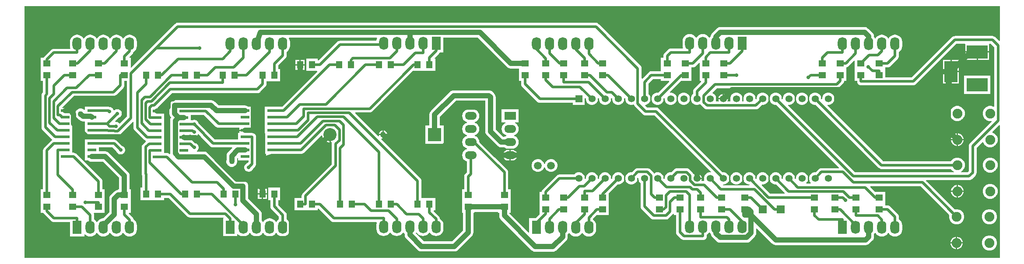
<source format=gbl>
G04*
G04 #@! TF.GenerationSoftware,Altium Limited,Altium Designer,18.0.7 (293)*
G04*
G04 Layer_Physical_Order=2*
G04 Layer_Color=16711680*
%FSTAX24Y24*%
%MOIN*%
G70*
G01*
G75*
%ADD15R,0.0500X0.0550*%
%ADD29C,0.0197*%
%ADD30C,0.0394*%
%ADD31O,0.0700X0.1000*%
%ADD32R,0.0700X0.1000*%
%ADD33O,0.0900X0.0600*%
%ADD34R,0.0900X0.0600*%
%ADD35C,0.0750*%
%ADD36C,0.1000*%
%ADD37R,0.1000X0.1000*%
%ADD38R,0.1000X0.1600*%
%ADD39R,0.1600X0.1000*%
%ADD40C,0.0535*%
%ADD41R,0.0535X0.0535*%
%ADD42C,0.0591*%
%ADD43C,0.0276*%
%ADD44C,0.0433*%
%ADD45R,0.0550X0.0500*%
%ADD46R,0.0591X0.0591*%
%ADD47R,0.0670X0.0210*%
G36*
X074551Y049295D02*
X074505Y049276D01*
X074211Y049571D01*
X074149Y049618D01*
X074077Y049648D01*
X074Y049658D01*
X07112D01*
X07112Y049658D01*
X071081Y049653D01*
X071043Y049648D01*
X070971Y049618D01*
X070909Y049571D01*
X067837Y046498D01*
X065826D01*
Y047076D01*
X065826Y04712D01*
X065826D01*
Y047126D01*
X065826D01*
Y047275D01*
X066D01*
X066077Y047286D01*
X066149Y047315D01*
X066211Y047363D01*
X066778Y04793D01*
X066825Y047991D01*
X066855Y048063D01*
X066865Y04814D01*
X066865Y04814D01*
Y048448D01*
X066957Y048519D01*
X067045Y048633D01*
X0671Y048766D01*
X067118Y048909D01*
Y049209D01*
X0671Y049352D01*
X067045Y049485D01*
X066957Y049599D01*
X066843Y049687D01*
X06671Y049742D01*
X066567Y049761D01*
X066424Y049742D01*
X066291Y049687D01*
X066177Y049599D01*
X066095Y049493D01*
X066067Y049488D01*
X066038Y049493D01*
X065957Y049599D01*
X065843Y049687D01*
X06571Y049742D01*
X065567Y049761D01*
X065424Y049742D01*
X065291Y049687D01*
X065177Y049599D01*
X065095Y049493D01*
X065067Y049488D01*
X065038Y049493D01*
X064964Y04959D01*
Y049623D01*
X06495Y049726D01*
X064911Y049822D01*
X064848Y049904D01*
X064531Y050221D01*
X064449Y050284D01*
X064353Y050324D01*
X06425Y050337D01*
X05325D01*
X053147Y050324D01*
X053051Y050284D01*
X052969Y050221D01*
X052651Y049903D01*
X052588Y04982D01*
X052548Y049725D01*
X052538Y049644D01*
X05246Y049543D01*
X052432Y049538D01*
X052403Y049543D01*
X052322Y049649D01*
X052208Y049737D01*
X052075Y049792D01*
X051932Y049811D01*
X051789Y049792D01*
X051656Y049737D01*
X051542Y049649D01*
X05146Y049543D01*
X051432Y049538D01*
X051403Y049543D01*
X051322Y049649D01*
X051208Y049737D01*
X051075Y049792D01*
X050932Y049811D01*
X050789Y049792D01*
X050656Y049737D01*
X050542Y049649D01*
X050454Y049535D01*
X050399Y049402D01*
X05038Y049259D01*
Y048959D01*
X050399Y048816D01*
X050423Y048759D01*
X050395Y048718D01*
X0495D01*
X049423Y048708D01*
X049351Y048678D01*
X049289Y048631D01*
X049002Y048343D01*
X048955Y048282D01*
X048925Y04821D01*
X048915Y048133D01*
Y04802D01*
X048741D01*
Y047126D01*
X048741D01*
Y04712D01*
X048741D01*
Y046971D01*
X048D01*
X048Y046971D01*
X047923Y046961D01*
X047851Y046931D01*
X047789Y046884D01*
X047789Y046884D01*
X047318Y046412D01*
X047268Y046433D01*
Y04718D01*
X047258Y047257D01*
X047228Y047329D01*
X047181Y047391D01*
X047181Y047391D01*
X043991Y050581D01*
X043929Y050628D01*
X043857Y050658D01*
X04378Y050668D01*
X01193D01*
X011853Y050658D01*
X011781Y050628D01*
X011719Y050581D01*
X010099Y048961D01*
X010099Y048961D01*
X008392Y047253D01*
X008346Y047272D01*
Y04802D01*
X008271D01*
X008251Y048066D01*
X008478Y048293D01*
X008526Y048355D01*
X008555Y048427D01*
X008557Y048442D01*
X008658Y048519D01*
X008745Y048633D01*
X0088Y048766D01*
X008819Y048909D01*
Y049209D01*
X0088Y049352D01*
X008745Y049485D01*
X008658Y049599D01*
X008543Y049687D01*
X00841Y049742D01*
X008268Y049761D01*
X008125Y049742D01*
X007992Y049687D01*
X007878Y049599D01*
X007796Y049493D01*
X007768Y049488D01*
X007739Y049493D01*
X007658Y049599D01*
X007544Y049687D01*
X00741Y049742D01*
X007268Y049761D01*
X007125Y049742D01*
X006992Y049687D01*
X006878Y049599D01*
X006796Y049493D01*
X006768Y049488D01*
X006739Y049493D01*
X006658Y049599D01*
X006543Y049687D01*
X00641Y049742D01*
X006268Y049761D01*
X006125Y049742D01*
X005992Y049687D01*
X005878Y049599D01*
X005796Y049493D01*
X005768Y049488D01*
X005739Y049493D01*
X005658Y049599D01*
X005544Y049687D01*
X00541Y049742D01*
X005268Y049761D01*
X005125Y049742D01*
X004992Y049687D01*
X004878Y049599D01*
X004796Y049493D01*
X004768Y049488D01*
X004739Y049493D01*
X004658Y049599D01*
X004543Y049687D01*
X00441Y049742D01*
X004268Y049761D01*
X004125Y049742D01*
X003992Y049687D01*
X003878Y049599D01*
X00379Y049485D01*
X003735Y049352D01*
X003716Y049209D01*
Y048909D01*
X003735Y048766D01*
X00375Y048729D01*
X003722Y048688D01*
X0025D01*
X0025Y048688D01*
X002423Y048678D01*
X002351Y048648D01*
X002289Y048601D01*
X002289Y048601D01*
X001758Y048069D01*
X00172Y04802D01*
X001497D01*
Y047126D01*
X001497D01*
Y04712D01*
X001497D01*
Y046226D01*
X001671D01*
Y045354D01*
X001639Y045323D01*
X001592Y045261D01*
X001562Y04519D01*
X001552Y045113D01*
Y042698D01*
X001562Y042621D01*
X001592Y042549D01*
X001639Y042488D01*
X002351Y041776D01*
X002351Y041751D01*
X002343Y041717D01*
X002342Y041715D01*
X002289Y041675D01*
X002289Y041675D01*
X001758Y041144D01*
X001711Y041082D01*
X001681Y04101D01*
X001671Y040933D01*
Y037981D01*
X001497D01*
Y037087D01*
X001497D01*
Y037081D01*
X001497D01*
Y036187D01*
X001696D01*
X001711Y036153D01*
X001758Y036091D01*
X002289Y035559D01*
X002289Y035559D01*
X002351Y035512D01*
X002423Y035482D01*
X0025Y035472D01*
X0025Y035472D01*
X003721D01*
Y034362D01*
X004815D01*
Y034524D01*
X004862Y03454D01*
X004878Y034519D01*
X004992Y034431D01*
X005125Y034376D01*
X005268Y034357D01*
X00541Y034376D01*
X005544Y034431D01*
X005658Y034519D01*
X005739Y034625D01*
X005768Y03463D01*
X005796Y034625D01*
X005878Y034519D01*
X005992Y034431D01*
X006125Y034376D01*
X006268Y034357D01*
X00641Y034376D01*
X006543Y034431D01*
X006658Y034519D01*
X006739Y034625D01*
X006768Y03463D01*
X006796Y034625D01*
X006878Y034519D01*
X006992Y034431D01*
X007125Y034376D01*
X007268Y034357D01*
X00741Y034376D01*
X007544Y034431D01*
X007658Y034519D01*
X007739Y034625D01*
X007768Y03463D01*
X007796Y034625D01*
X007878Y034519D01*
X007992Y034431D01*
X008125Y034376D01*
X008268Y034357D01*
X00841Y034376D01*
X008543Y034431D01*
X008658Y034519D01*
X008745Y034633D01*
X0088Y034766D01*
X008819Y034909D01*
Y035209D01*
X0088Y035352D01*
X008745Y035485D01*
X008658Y035599D01*
X008561Y035673D01*
X008555Y035717D01*
X008526Y035789D01*
X008478Y035851D01*
X008192Y036137D01*
X008213Y036187D01*
X008346D01*
Y037081D01*
X008346Y037081D01*
Y037087D01*
X008346D01*
X008346Y037131D01*
Y037981D01*
X008271D01*
Y039D01*
X008258Y039103D01*
X008218Y039199D01*
X008155Y039281D01*
X00669Y040745D01*
X006608Y040808D01*
X006512Y040848D01*
X006409Y040862D01*
X005918D01*
Y041165D01*
X006958D01*
X007261Y040862D01*
X007268Y040835D01*
X007312Y040759D01*
X007375Y040697D01*
X007451Y040653D01*
X007536Y04063D01*
X007624D01*
X007709Y040653D01*
X007785Y040697D01*
X007848Y040759D01*
X007892Y040835D01*
X007915Y040921D01*
Y041009D01*
X007892Y041094D01*
X007848Y04117D01*
X007785Y041232D01*
X007709Y041276D01*
X007682Y041284D01*
X007292Y041673D01*
X007231Y041721D01*
X007159Y04175D01*
X007082Y041761D01*
X005918D01*
Y041766D01*
X005821D01*
Y041915D01*
X004951D01*
Y041766D01*
X004855D01*
Y041163D01*
Y040663D01*
Y040163D01*
X005133D01*
X005188Y040121D01*
X005284Y040081D01*
X005386Y040067D01*
X006245D01*
X007477Y038836D01*
Y037981D01*
X007402D01*
Y037931D01*
X007394D01*
X007291Y037917D01*
X007195Y037878D01*
X007113Y037815D01*
X006829Y037531D01*
X006766Y037449D01*
X006726Y037353D01*
X006713Y03725D01*
Y036217D01*
X006255Y035759D01*
X006125Y035742D01*
X005992Y035687D01*
X005878Y035599D01*
X005796Y035493D01*
X005768Y035488D01*
X005739Y035493D01*
X005658Y035599D01*
X005566Y03567D01*
Y036D01*
X005555Y036077D01*
X005531Y036137D01*
X005553Y036187D01*
X006377D01*
Y037037D01*
X006377Y037081D01*
X006377D01*
Y037087D01*
X006377D01*
Y037981D01*
X006203D01*
Y038559D01*
X006193Y038636D01*
X006163Y038708D01*
X006116Y03877D01*
X004211Y040675D01*
X004149Y040722D01*
X004077Y040752D01*
X004Y040762D01*
X003878D01*
Y041163D01*
Y041663D01*
Y042163D01*
Y042663D01*
Y043163D01*
Y043766D01*
X003781D01*
Y043915D01*
X003346D01*
Y043965D01*
X003296D01*
Y04417D01*
X003161D01*
X003142Y044216D01*
X004016Y04509D01*
X007038D01*
X007115Y0451D01*
X007187Y04513D01*
X007248Y045177D01*
X007781Y045709D01*
X007781Y045709D01*
X007828Y045771D01*
X007858Y045843D01*
X007868Y04592D01*
X007868Y04592D01*
Y046226D01*
X008072D01*
Y043523D01*
X007537Y042988D01*
X007483Y04299D01*
X007425Y043048D01*
X007349Y043092D01*
X007264Y043115D01*
X007187D01*
X00716Y043158D01*
X007436Y043434D01*
X007464Y043442D01*
X00754Y043486D01*
X007602Y043548D01*
X007646Y043624D01*
X007669Y043709D01*
Y043798D01*
X007646Y043883D01*
X007602Y043959D01*
X00754Y044021D01*
X007464Y044065D01*
X007378Y044088D01*
X00729D01*
X007205Y044065D01*
X007129Y044021D01*
X007099Y043991D01*
X007043Y044006D01*
X007032Y044046D01*
X006988Y044123D01*
X006926Y044185D01*
X00685Y044229D01*
X006765Y044252D01*
X00673D01*
X006729Y044252D01*
X006652Y044262D01*
X005918D01*
Y044266D01*
X004855D01*
Y044047D01*
X004808Y044028D01*
X004785Y044051D01*
X004691Y044106D01*
X004586Y044134D01*
X004477D01*
X004372Y044106D01*
X004278Y044051D01*
X004201Y043974D01*
X004146Y04388D01*
X004118Y043775D01*
Y043666D01*
X004146Y043561D01*
X004201Y043467D01*
X004278Y04339D01*
X004357Y043344D01*
X004437Y043264D01*
X004519Y043201D01*
X004615Y043161D01*
X004718Y043148D01*
X004855D01*
Y042663D01*
Y042163D01*
X004951D01*
Y042015D01*
X005821D01*
Y042163D01*
X005918D01*
Y042167D01*
X006357D01*
X007355Y042106D01*
X007364Y042106D01*
X007373Y042105D01*
X007403Y042109D01*
X007432Y042111D01*
X007441Y042114D01*
X00745Y042115D01*
X007478Y042127D01*
X007506Y042136D01*
X007513Y042142D01*
X007522Y042145D01*
X007546Y042163D01*
X00757Y04218D01*
X007576Y042187D01*
X007584Y042192D01*
X008521Y04313D01*
X008567Y043111D01*
Y042682D01*
X008577Y042605D01*
X008607Y042533D01*
X008655Y042472D01*
X009388Y041738D01*
X00945Y041691D01*
X009485Y041676D01*
X009497Y041617D01*
X009279Y041399D01*
X009232Y041338D01*
X009202Y041266D01*
X009192Y041189D01*
Y03916D01*
X009202Y039083D01*
X009232Y039011D01*
X009235Y039007D01*
Y03809D01*
X009086D01*
Y037146D01*
X00998D01*
Y037146D01*
X009986D01*
Y037146D01*
X01088D01*
Y03732D01*
X011237D01*
X012648Y035909D01*
X012648Y035909D01*
X012709Y035862D01*
X012781Y035832D01*
X012858Y035822D01*
X015409D01*
X015421Y035806D01*
X015396Y035756D01*
X015381D01*
Y034362D01*
X016474D01*
Y034524D01*
X016522Y03454D01*
X016538Y034519D01*
X016652Y034431D01*
X016785Y034376D01*
X016928Y034357D01*
X01707Y034376D01*
X017203Y034431D01*
X017318Y034519D01*
X017399Y034625D01*
X017428Y03463D01*
X017456Y034625D01*
X017538Y034519D01*
X017652Y034431D01*
X017785Y034376D01*
X017928Y034357D01*
X01807Y034376D01*
X018203Y034431D01*
X018318Y034519D01*
X018399Y034625D01*
X018428Y03463D01*
X018456Y034625D01*
X018538Y034519D01*
X018652Y034431D01*
X018785Y034376D01*
X018928Y034357D01*
X01907Y034376D01*
X019203Y034431D01*
X019318Y034519D01*
X019399Y034625D01*
X019428Y03463D01*
X019456Y034625D01*
X019538Y034519D01*
X019652Y034431D01*
X019785Y034376D01*
X019928Y034357D01*
X02007Y034376D01*
X020203Y034431D01*
X020318Y034519D01*
X020405Y034633D01*
X02046Y034766D01*
X020479Y034909D01*
Y035209D01*
X02046Y035352D01*
X020405Y035485D01*
X020318Y035599D01*
X020225Y03567D01*
Y03602D01*
X020225Y03602D01*
X02022Y036059D01*
X020215Y036097D01*
X020185Y036169D01*
X020138Y036231D01*
X019589Y03678D01*
Y037146D01*
X019738D01*
Y03809D01*
X018844D01*
Y037146D01*
X018994D01*
Y036656D01*
X019004Y036579D01*
X019033Y036507D01*
X019081Y036446D01*
X01963Y035897D01*
Y03567D01*
X019538Y035599D01*
X019456Y035493D01*
X019428Y035488D01*
X019399Y035493D01*
X019318Y035599D01*
X019203Y035687D01*
X01907Y035742D01*
X018928Y035761D01*
X018785Y035742D01*
X018652Y035687D01*
X018538Y035599D01*
X018456Y035493D01*
X018428Y035488D01*
X018399Y035493D01*
X018325Y03559D01*
Y03608D01*
X018311Y036183D01*
X018271Y036279D01*
X018208Y036361D01*
X017301Y037269D01*
Y03821D01*
X017287Y038313D01*
X017247Y038409D01*
X017184Y038491D01*
X017102Y038554D01*
X017006Y038594D01*
X016904Y038607D01*
X016364D01*
X014242Y04073D01*
X01416Y040793D01*
X014064Y040832D01*
X013961Y040846D01*
X013412D01*
X013397Y040886D01*
X013397Y040896D01*
X013457Y040956D01*
X013501Y041032D01*
X013524Y041117D01*
Y041205D01*
X013501Y041291D01*
X013457Y041367D01*
X013394Y041429D01*
X013318Y041473D01*
X013262Y041488D01*
X013097Y041653D01*
X013036Y0417D01*
X012964Y04173D01*
X012933Y041734D01*
Y041751D01*
X012837D01*
Y041899D01*
X012402D01*
Y041999D01*
X012837D01*
Y042147D01*
X012915D01*
X012921Y042137D01*
X012983Y042075D01*
X01306Y042031D01*
X013145Y042008D01*
X013233D01*
X013318Y042031D01*
X013394Y042075D01*
X013457Y042137D01*
X013475Y042169D01*
X013525Y042176D01*
X013644Y042057D01*
X013657Y042026D01*
X013704Y041965D01*
X014415Y041254D01*
X014415Y041254D01*
X014477Y041207D01*
X014548Y041177D01*
X014625Y041167D01*
X014625Y041167D01*
X016075D01*
X016094Y041121D01*
X015767Y040793D01*
X015704Y040711D01*
X015664Y040615D01*
X01565Y040512D01*
Y040205D01*
X015634Y040144D01*
Y040036D01*
X015662Y03993D01*
X015717Y039836D01*
X015794Y039759D01*
X015888Y039705D01*
X015993Y039677D01*
X016102D01*
X016207Y039705D01*
X016301Y039759D01*
X016378Y039836D01*
X016433Y03993D01*
X016461Y040036D01*
Y040144D01*
X016445Y040205D01*
Y040346D01*
X016478Y040373D01*
X016523Y040354D01*
Y040163D01*
X017312D01*
Y040043D01*
X017238Y039969D01*
X017211Y039962D01*
X017135Y039918D01*
X017072Y039855D01*
X017028Y039779D01*
X017005Y039694D01*
Y039606D01*
X017028Y039521D01*
X017072Y039445D01*
X017135Y039382D01*
X017211Y039338D01*
X017296Y039315D01*
X017384D01*
X017469Y039338D01*
X017545Y039382D01*
X017608Y039445D01*
X017652Y039521D01*
X017659Y039548D01*
X017821Y039709D01*
X017821Y039709D01*
X017868Y039771D01*
X017898Y039843D01*
X017908Y03992D01*
X017908Y03992D01*
Y041965D01*
X017898Y042042D01*
X017868Y042113D01*
X017821Y042175D01*
X017759Y042222D01*
X017687Y042252D01*
X01761Y042262D01*
X017586D01*
Y042266D01*
X017489D01*
Y042415D01*
X017054D01*
X016619D01*
Y042266D01*
X016523D01*
Y041762D01*
X014749D01*
X014185Y042326D01*
X014173Y042356D01*
X014125Y042418D01*
X013508Y043035D01*
X013501Y043062D01*
X013457Y043139D01*
X013394Y043201D01*
X013318Y043245D01*
X013233Y043268D01*
X013145D01*
X01306Y043245D01*
X013051Y04324D01*
X012933D01*
Y043647D01*
Y043651D01*
X01394D01*
X014837Y042754D01*
X014899Y042707D01*
X014971Y042677D01*
X015048Y042667D01*
X015048Y042667D01*
X016523D01*
Y042663D01*
X016619D01*
Y042515D01*
X017054D01*
X017489D01*
Y042663D01*
X017586D01*
Y043163D01*
Y043663D01*
Y044266D01*
X017308D01*
X017253Y044308D01*
X017157Y044348D01*
X017054Y044362D01*
X015046D01*
X014758Y04465D01*
X014675Y044713D01*
X01458Y044752D01*
X014477Y044766D01*
X0117D01*
X011597Y044752D01*
X011501Y044713D01*
X011419Y04465D01*
X011356Y044567D01*
X011316Y044472D01*
X011303Y044369D01*
Y043749D01*
X011316Y043646D01*
X011356Y04355D01*
X011419Y043468D01*
X011442Y043445D01*
X011406Y043397D01*
X011366Y043302D01*
X011353Y043199D01*
Y040699D01*
X011356Y040675D01*
X011309Y040651D01*
X011301Y040659D01*
X011239Y040707D01*
X011167Y040736D01*
X01109Y040747D01*
X010893D01*
Y041147D01*
Y041647D01*
Y042147D01*
Y042647D01*
Y043147D01*
Y043751D01*
X010797D01*
Y043899D01*
X010362D01*
Y043999D01*
X010797D01*
Y044154D01*
X0104D01*
X010381Y0442D01*
X011493Y045312D01*
X018001D01*
X018078Y045322D01*
X01815Y045352D01*
X018212Y045399D01*
X018602Y045789D01*
X018602Y045789D01*
X018649Y045851D01*
X018679Y045923D01*
X018689Y046D01*
Y046201D01*
X018838D01*
Y046201D01*
X018844D01*
Y046201D01*
X019738D01*
Y047145D01*
X019589D01*
Y047417D01*
X020138Y047966D01*
X020185Y048027D01*
X020215Y048099D01*
X02022Y048138D01*
X020225Y048176D01*
X020225Y048176D01*
Y048448D01*
X020318Y048519D01*
X020405Y048633D01*
X02046Y048766D01*
X020479Y048909D01*
Y049209D01*
X02046Y049352D01*
X020405Y049485D01*
X020403Y049488D01*
X020425Y049533D01*
X027089D01*
X027116Y049491D01*
X027079Y049402D01*
X027066Y049298D01*
X024289D01*
X024212Y049288D01*
X02414Y049258D01*
X024079Y049211D01*
X022657Y047789D01*
X022607Y047809D01*
Y047932D01*
X021713D01*
Y046989D01*
X022537D01*
X022558Y046939D01*
X019882Y044262D01*
X019626D01*
Y044266D01*
X018563D01*
Y043663D01*
Y043163D01*
Y042663D01*
Y042163D01*
Y041663D01*
Y041163D01*
Y040663D01*
X018659D01*
Y040515D01*
X019094D01*
X019529D01*
Y040663D01*
X019626D01*
Y040667D01*
X021326D01*
X021403Y040677D01*
X021475Y040707D01*
X021537Y040754D01*
X022887Y042105D01*
X022894Y042102D01*
X022933Y042079D01*
X022955Y041971D01*
X023Y041861D01*
X023065Y041763D01*
X023149Y04168D01*
X023247Y041614D01*
X023356Y041569D01*
X023472Y041546D01*
X023482D01*
Y042146D01*
X023582D01*
Y041546D01*
X023591D01*
X023645Y041556D01*
X023677Y041518D01*
X023672Y041507D01*
X023662Y04143D01*
Y039883D01*
X021459Y037681D01*
X021412Y037619D01*
X021382Y037547D01*
X021372Y03747D01*
Y037303D01*
X020813D01*
Y036359D01*
X021663D01*
X021707Y036359D01*
Y036359D01*
X021713D01*
Y036359D01*
X022607D01*
Y036485D01*
X022657Y036505D01*
X023603Y035559D01*
X023603Y035559D01*
X023664Y035512D01*
X023736Y035482D01*
X023813Y035472D01*
X027064D01*
X027091Y035431D01*
X027079Y035402D01*
X027061Y035259D01*
Y034959D01*
X027079Y034816D01*
X027134Y034683D01*
X027222Y034569D01*
X027336Y034481D01*
X027469Y034426D01*
X027612Y034407D01*
X027755Y034426D01*
X027888Y034481D01*
X028002Y034569D01*
X028084Y034675D01*
X028112Y03468D01*
X028141Y034675D01*
X028222Y034569D01*
X028336Y034481D01*
X028469Y034426D01*
X028612Y034407D01*
X028755Y034426D01*
X028888Y034481D01*
X029002Y034569D01*
X029084Y034675D01*
X029112Y03468D01*
X029141Y034675D01*
X029215Y034578D01*
Y0345D01*
X029229Y034397D01*
X029268Y034301D01*
X029331Y034219D01*
X030211Y033339D01*
X030294Y033276D01*
X030389Y033236D01*
X030492Y033223D01*
X033D01*
X033103Y033236D01*
X033199Y033276D01*
X033281Y033339D01*
X034336Y034394D01*
X034399Y034477D01*
X034439Y034572D01*
X034452Y034675D01*
Y036187D01*
X034527D01*
Y036237D01*
X036339D01*
Y036187D01*
X036414D01*
Y03596D01*
X036427Y035857D01*
X036467Y035761D01*
X03653Y035679D01*
X03889Y033319D01*
X038972Y033256D01*
X039068Y033216D01*
X039171Y033203D01*
X0405D01*
X040603Y033216D01*
X040699Y033256D01*
X040781Y033319D01*
X041528Y034066D01*
X041591Y034149D01*
X041631Y034244D01*
X041644Y034347D01*
Y034528D01*
X041719Y034625D01*
X041747Y03463D01*
X041776Y034625D01*
X041857Y034519D01*
X041971Y034431D01*
X042104Y034376D01*
X042247Y034357D01*
X04239Y034376D01*
X042523Y034431D01*
X042637Y034519D01*
X042719Y034625D01*
X042747Y03463D01*
X042776Y034625D01*
X042857Y034519D01*
X042971Y034431D01*
X043104Y034376D01*
X043247Y034357D01*
X04339Y034376D01*
X043523Y034431D01*
X043637Y034519D01*
X043725Y034633D01*
X04378Y034766D01*
X043799Y034909D01*
Y035209D01*
X04378Y035352D01*
X043725Y035485D01*
X043637Y035599D01*
X043565Y035655D01*
X043562Y035713D01*
X043839Y03599D01*
X044763D01*
Y03684D01*
X044763Y036884D01*
X044763Y036934D01*
Y037661D01*
X045437Y038335D01*
X045541D01*
X045659Y038367D01*
X045765Y038428D01*
X045852Y038514D01*
X045913Y03862D01*
X045944Y038738D01*
Y03886D01*
X045913Y038978D01*
X045852Y039084D01*
X045765Y039171D01*
X045659Y039232D01*
X045541Y039263D01*
X045419D01*
X045301Y039232D01*
X045195Y039171D01*
X045109Y039084D01*
X045048Y038978D01*
X045016Y03886D01*
Y038775D01*
X044994Y038758D01*
X044944Y038784D01*
Y03886D01*
X044913Y038978D01*
X044852Y039084D01*
X044765Y039171D01*
X044659Y039232D01*
X044541Y039263D01*
X044419D01*
X044301Y039232D01*
X044195Y039171D01*
X044109Y039084D01*
X044048Y038978D01*
X044016Y03886D01*
Y038775D01*
X043994Y038758D01*
X043944Y038784D01*
Y03886D01*
X043913Y038978D01*
X043852Y039084D01*
X043765Y039171D01*
X043659Y039232D01*
X043541Y039263D01*
X043419D01*
X043301Y039232D01*
X043195Y039171D01*
X043109Y039084D01*
X043048Y038978D01*
X043016Y03886D01*
Y038775D01*
X042994Y038758D01*
X042944Y038784D01*
Y03886D01*
X042913Y038978D01*
X042852Y039084D01*
X042765Y039171D01*
X042659Y039232D01*
X042541Y039263D01*
X042419D01*
X042301Y039232D01*
X042195Y039171D01*
X042122Y039097D01*
X041D01*
X040923Y039087D01*
X040851Y039057D01*
X040789Y03901D01*
X03975Y03797D01*
X039703Y037909D01*
X039673Y037837D01*
X039666Y037784D01*
X039489D01*
Y036934D01*
X039489Y03689D01*
X039489Y03684D01*
Y036053D01*
X039192Y035756D01*
X0387D01*
Y034698D01*
X038654Y034678D01*
X037208Y036124D01*
Y036187D01*
X037283D01*
Y037037D01*
X037283Y037081D01*
X037283Y037131D01*
Y037981D01*
X037109D01*
Y039269D01*
X037109Y039269D01*
X037099Y039346D01*
X037069Y039418D01*
X037022Y03948D01*
X034899Y041602D01*
X034886Y041701D01*
X034836Y041821D01*
X034756Y041925D01*
X034653Y042005D01*
X034559Y042044D01*
Y042098D01*
X034653Y042137D01*
X034756Y042217D01*
X034836Y04232D01*
X034886Y042441D01*
X034903Y042571D01*
X034886Y042701D01*
X034836Y042821D01*
X034756Y042925D01*
X034653Y043005D01*
X034559Y043044D01*
Y043098D01*
X034653Y043137D01*
X034756Y043217D01*
X034836Y04332D01*
X034886Y043441D01*
X034903Y043571D01*
X034886Y043701D01*
X034836Y043821D01*
X034756Y043925D01*
X034653Y044005D01*
X034532Y044055D01*
X034402Y044072D01*
X034102D01*
X033972Y044055D01*
X033851Y044005D01*
X033748Y043925D01*
X033668Y043821D01*
X033618Y043701D01*
X033601Y043571D01*
X033618Y043441D01*
X033668Y04332D01*
X033748Y043217D01*
X033851Y043137D01*
X033945Y043098D01*
Y043044D01*
X033851Y043005D01*
X033748Y042925D01*
X033668Y042821D01*
X033618Y042701D01*
X033601Y042571D01*
X033618Y042441D01*
X033668Y04232D01*
X033748Y042217D01*
X033851Y042137D01*
X033945Y042098D01*
Y042044D01*
X033851Y042005D01*
X033748Y041925D01*
X033668Y041821D01*
X033618Y041701D01*
X033601Y041571D01*
X033618Y041441D01*
X033668Y04132D01*
X033748Y041217D01*
X033851Y041137D01*
X033945Y041098D01*
Y041044D01*
X033851Y041005D01*
X033748Y040925D01*
X033668Y040821D01*
X033618Y040701D01*
X033601Y040571D01*
X033618Y040441D01*
X033668Y04032D01*
X033748Y040216D01*
X033851Y040137D01*
X033954Y040094D01*
Y03927D01*
X033845Y039161D01*
X033797Y039099D01*
X033767Y039027D01*
X033757Y03895D01*
Y037981D01*
X033583D01*
Y037131D01*
X033583Y037087D01*
X033583Y037037D01*
Y036187D01*
X033658D01*
Y03484D01*
X032836Y034017D01*
X030657D01*
X030047Y034627D01*
X030084Y034675D01*
X030112Y03468D01*
X030141Y034675D01*
X030222Y034569D01*
X030336Y034481D01*
X030469Y034426D01*
X030612Y034407D01*
X030755Y034426D01*
X030888Y034481D01*
X031002Y034569D01*
X031084Y034675D01*
X031112Y03468D01*
X031141Y034675D01*
X031222Y034569D01*
X031336Y034481D01*
X031469Y034426D01*
X031612Y034407D01*
X031755Y034426D01*
X031888Y034481D01*
X032002Y034569D01*
X03209Y034683D01*
X032145Y034816D01*
X032164Y034959D01*
Y035259D01*
X032145Y035402D01*
X03209Y035535D01*
X032002Y035649D01*
X031909Y035721D01*
X0319Y035787D01*
X03187Y035859D01*
X031823Y035921D01*
X031435Y036309D01*
X031455Y036359D01*
X031549D01*
Y037303D01*
X030656D01*
Y037303D01*
X030649D01*
Y037303D01*
X0305D01*
Y038608D01*
X0305Y038608D01*
X03049Y038685D01*
X03046Y038757D01*
X030413Y038818D01*
X030413Y038818D01*
X027437Y041794D01*
X027439Y041802D01*
X027498Y041837D01*
X027519Y041831D01*
Y042096D01*
X027255D01*
X027261Y042074D01*
X027225Y042015D01*
X027218Y042014D01*
X025453Y043778D01*
X025472Y043824D01*
X026551D01*
X026628Y043834D01*
X0267Y043864D01*
X026762Y043911D01*
X029839Y046989D01*
X030649D01*
Y046989D01*
X030656D01*
Y046989D01*
X031549D01*
Y047932D01*
X031501D01*
X031482Y047979D01*
X031823Y048319D01*
X03187Y048381D01*
X031883Y048412D01*
X032159D01*
Y049533D01*
X034786D01*
X037026Y047292D01*
X037108Y047229D01*
X037204Y04719D01*
X037307Y047176D01*
X037913D01*
X037914Y047126D01*
Y04712D01*
X037914D01*
Y046226D01*
X038088D01*
Y046D01*
X038098Y045923D01*
X038128Y045851D01*
X038175Y045789D01*
X039301Y044664D01*
X039301Y044664D01*
X039362Y044616D01*
X039434Y044587D01*
X039511Y044577D01*
X039511Y044577D01*
X042016D01*
Y04441D01*
X042944D01*
Y044895D01*
X042994Y04492D01*
X043016Y044903D01*
Y044813D01*
X043048Y044695D01*
X043109Y044589D01*
X043195Y044503D01*
X043301Y044442D01*
X043419Y04441D01*
X043541D01*
X043659Y044442D01*
X043765Y044503D01*
X043852Y044589D01*
X043913Y044695D01*
X043944Y044813D01*
Y04489D01*
X043994Y044915D01*
X044016Y044899D01*
Y044813D01*
X044048Y044695D01*
X044109Y044589D01*
X044195Y044503D01*
X044301Y044442D01*
X044419Y04441D01*
X044541D01*
X044659Y044442D01*
X044765Y044503D01*
X044852Y044589D01*
X044913Y044695D01*
X044944Y044813D01*
Y04489D01*
X044994Y044915D01*
X045016Y044899D01*
Y044813D01*
X045048Y044695D01*
X045109Y044589D01*
X045195Y044503D01*
X045301Y044442D01*
X045419Y04441D01*
X045541D01*
X045659Y044442D01*
X045765Y044503D01*
X045852Y044589D01*
X045913Y044695D01*
X045944Y044813D01*
Y04489D01*
X045994Y044915D01*
X046016Y044899D01*
Y044813D01*
X046048Y044695D01*
X046109Y044589D01*
X046195Y044503D01*
X046301Y044442D01*
X046419Y04441D01*
X046541D01*
X04663Y044434D01*
X046673Y044425D01*
X046691Y044402D01*
X046712Y044351D01*
X046759Y044289D01*
X047349Y043699D01*
X047411Y043652D01*
X047483Y043622D01*
X04756Y043612D01*
X048246D01*
X052547Y039311D01*
X052524Y039263D01*
X052419D01*
X052301Y039232D01*
X052195Y039171D01*
X052109Y039084D01*
X052048Y038978D01*
X052016Y03886D01*
Y038738D01*
X052037Y03866D01*
X052025Y038639D01*
X051998Y038613D01*
X051847D01*
X051832Y03864D01*
X051824Y038663D01*
X051847Y038749D01*
X05148D01*
Y038799D01*
X05143D01*
Y039166D01*
X051339Y039142D01*
X051291Y039114D01*
X051228Y039134D01*
X051222Y039149D01*
X051175Y039211D01*
X051175Y039211D01*
X050892Y039494D01*
X05083Y039541D01*
X050758Y039571D01*
X050681Y039581D01*
X049964D01*
X049887Y039571D01*
X049815Y039541D01*
X049754Y039494D01*
X049754Y039494D01*
X049523Y039263D01*
X049419D01*
X049301Y039232D01*
X049195Y039171D01*
X049109Y039084D01*
X049048Y038978D01*
X049016Y03886D01*
Y038784D01*
X048966Y038758D01*
X048944Y038775D01*
Y03886D01*
X048913Y038978D01*
X048852Y039084D01*
X048765Y039171D01*
X048659Y039232D01*
X048541Y039263D01*
X048419D01*
X048301Y039232D01*
X04822Y039185D01*
X048201Y039211D01*
X047911Y039501D01*
X047849Y039548D01*
X047777Y039578D01*
X0477Y039588D01*
X046971D01*
X046971Y039588D01*
X046894Y039578D01*
X046822Y039548D01*
X046761Y039501D01*
X046761Y039501D01*
X046523Y039263D01*
X046419D01*
X046301Y039232D01*
X046195Y039171D01*
X046109Y039084D01*
X046048Y038978D01*
X046016Y03886D01*
Y038738D01*
X046048Y03862D01*
X046109Y038514D01*
X046195Y038428D01*
X046301Y038367D01*
X046419Y038335D01*
X046541D01*
X046659Y038367D01*
X046765Y038428D01*
X046852Y038514D01*
X046913Y03862D01*
X046944Y038738D01*
Y038824D01*
X046966Y03884D01*
X047016Y038815D01*
Y038738D01*
X047048Y03862D01*
X047109Y038514D01*
X047182Y038441D01*
Y03667D01*
X047193Y036593D01*
X047222Y036521D01*
X04727Y036459D01*
X047969Y035759D01*
X048031Y035712D01*
X048103Y035682D01*
X048141Y035677D01*
X04818Y035672D01*
X04818Y035672D01*
X04913D01*
X049207Y035682D01*
X049279Y035712D01*
X049341Y035759D01*
X049639Y036058D01*
X049639Y036058D01*
X049675Y036105D01*
X049725Y036088D01*
Y03599D01*
X049899D01*
Y034693D01*
X049909Y034616D01*
X049939Y034544D01*
X049986Y034483D01*
X050289Y034179D01*
X050289Y034179D01*
X050351Y034132D01*
X050423Y034102D01*
X0505Y034092D01*
X0505Y034092D01*
X051932D01*
X052009Y034102D01*
X052081Y034132D01*
X052142Y034179D01*
X05219Y034241D01*
X05222Y034313D01*
X05223Y03439D01*
Y034498D01*
X052322Y034569D01*
X052403Y034675D01*
X052432Y03468D01*
X05246Y034675D01*
X052539Y034572D01*
X052548Y034505D01*
X052588Y03441D01*
X052651Y034327D01*
X052969Y034009D01*
X053051Y033946D01*
X053147Y033906D01*
X05325Y033893D01*
X05525D01*
X055353Y033906D01*
X055449Y033946D01*
X055531Y034009D01*
X055881Y034359D01*
X055944Y034441D01*
X055984Y034537D01*
X055997Y03464D01*
Y034966D01*
X056043Y034985D01*
X057199Y033829D01*
X057281Y033766D01*
X057377Y033726D01*
X05748Y033713D01*
X064327D01*
X06443Y033726D01*
X064525Y033766D01*
X064608Y033829D01*
X064848Y034069D01*
X064911Y034151D01*
X06495Y034247D01*
X064964Y03435D01*
Y034528D01*
X065038Y034625D01*
X065067Y03463D01*
X065095Y034625D01*
X065177Y034519D01*
X065291Y034431D01*
X065424Y034376D01*
X065567Y034357D01*
X06571Y034376D01*
X065843Y034431D01*
X065957Y034519D01*
X066038Y034625D01*
X066067Y03463D01*
X066095Y034625D01*
X066177Y034519D01*
X066291Y034431D01*
X066424Y034376D01*
X066567Y034357D01*
X06671Y034376D01*
X066843Y034431D01*
X066957Y034519D01*
X067045Y034633D01*
X0671Y034766D01*
X067118Y034909D01*
Y035209D01*
X0671Y035352D01*
X067045Y035485D01*
X066957Y035599D01*
X066865Y03567D01*
Y03587D01*
X066865Y03587D01*
X066855Y035947D01*
X066825Y036019D01*
X066778Y036081D01*
X066211Y036648D01*
X066149Y036695D01*
X066077Y036725D01*
X066Y036735D01*
X065826D01*
Y036884D01*
X065826D01*
Y03689D01*
X065826D01*
Y037784D01*
X065047D01*
X064685Y038146D01*
X064704Y038192D01*
X068524D01*
X070704Y036013D01*
X070688Y035953D01*
Y035803D01*
X070727Y035657D01*
X070802Y035527D01*
X070909Y03542D01*
X071039Y035345D01*
X071185Y035306D01*
X071335D01*
X071481Y035345D01*
X071611Y03542D01*
X071717Y035527D01*
X071793Y035657D01*
X071832Y035803D01*
Y035953D01*
X071793Y036099D01*
X071717Y036229D01*
X071611Y036336D01*
X071481Y036411D01*
X071335Y03645D01*
X071185D01*
X071125Y036434D01*
X068943Y038616D01*
X068962Y038662D01*
X07221D01*
X072287Y038672D01*
X072359Y038702D01*
X072421Y038749D01*
X072691Y039019D01*
X072691Y039019D01*
X072738Y039081D01*
X072768Y039153D01*
X072778Y03923D01*
X072778Y03923D01*
Y041137D01*
X073227Y041585D01*
X073275Y041573D01*
X073286Y041531D01*
X073361Y041401D01*
X073468Y041294D01*
X073598Y041219D01*
X073744Y04118D01*
X073894D01*
X07404Y041219D01*
X07417Y041294D01*
X074276Y041401D01*
X074352Y041531D01*
X074391Y041677D01*
Y041827D01*
X074352Y041973D01*
X074276Y042103D01*
X07417Y04221D01*
X07404Y042285D01*
X073998Y042296D01*
X073985Y042344D01*
X074505Y042864D01*
X074551Y042845D01*
Y032752D01*
X000252D01*
Y051933D01*
X074551D01*
Y049295D01*
D02*
G37*
G36*
X074122Y048817D02*
Y044287D01*
X074079Y044262D01*
X07404Y044285D01*
X073894Y044324D01*
X073744D01*
X073598Y044285D01*
X073468Y04421D01*
X073361Y044103D01*
X073286Y043973D01*
X073247Y043827D01*
Y043677D01*
X073286Y043531D01*
X073361Y043401D01*
X073468Y043294D01*
X073598Y043219D01*
X073744Y04318D01*
X073894D01*
X073917Y043186D01*
X073942Y043143D01*
X072269Y041471D01*
X072222Y041409D01*
X072192Y041337D01*
X072182Y04126D01*
Y039353D01*
X072087Y039258D01*
X071598D01*
X071584Y039308D01*
X07167Y039357D01*
X071776Y039464D01*
X071852Y039594D01*
X071891Y03974D01*
Y03989D01*
X071852Y040036D01*
X071776Y040166D01*
X07167Y040273D01*
X07154Y040348D01*
X071394Y040387D01*
X071244D01*
X071098Y040348D01*
X070968Y040273D01*
X070861Y040166D01*
X070831Y040113D01*
X065663D01*
X061413Y044363D01*
X061436Y04441D01*
X061541D01*
X061659Y044442D01*
X061765Y044503D01*
X061852Y044589D01*
X061913Y044695D01*
X061944Y044813D01*
Y044936D01*
X061913Y045054D01*
X061852Y045159D01*
X061765Y045246D01*
X061659Y045307D01*
X061541Y045339D01*
X061419D01*
X061301Y045307D01*
X061195Y045246D01*
X061109Y045159D01*
X061048Y045054D01*
X061016Y044936D01*
Y044859D01*
X060966Y044834D01*
X060944Y04485D01*
Y044936D01*
X060913Y045054D01*
X060852Y045159D01*
X060765Y045246D01*
X060659Y045307D01*
X060541Y045339D01*
X060419D01*
X060301Y045307D01*
X060195Y045246D01*
X060109Y045159D01*
X060048Y045054D01*
X060016Y044936D01*
Y044813D01*
X060048Y044695D01*
X060109Y044589D01*
X060195Y044503D01*
X060301Y044442D01*
X060419Y04441D01*
X060523D01*
X065329Y039604D01*
X065391Y039557D01*
X065463Y039527D01*
X065501Y039522D01*
X06554Y039517D01*
X06554Y039517D01*
X070831D01*
X070861Y039464D01*
X070968Y039357D01*
X071054Y039308D01*
X07104Y039258D01*
X063518D01*
X058413Y044363D01*
X058436Y04441D01*
X058541D01*
X058659Y044442D01*
X058765Y044503D01*
X058852Y044589D01*
X058913Y044695D01*
X058944Y044813D01*
Y044936D01*
X058913Y045054D01*
X058852Y045159D01*
X058765Y045246D01*
X058659Y045307D01*
X058541Y045339D01*
X058419D01*
X058301Y045307D01*
X058195Y045246D01*
X058109Y045159D01*
X058048Y045054D01*
X058016Y044936D01*
Y044859D01*
X057966Y044834D01*
X057944Y04485D01*
Y044936D01*
X057913Y045054D01*
X057852Y045159D01*
X057765Y045246D01*
X057659Y045307D01*
X057541Y045339D01*
X057419D01*
X057301Y045307D01*
X057195Y045246D01*
X057109Y045159D01*
X057048Y045054D01*
X057016Y044936D01*
Y044813D01*
X057048Y044695D01*
X057109Y044589D01*
X057195Y044503D01*
X057301Y044442D01*
X057419Y04441D01*
X057523D01*
X0623Y039634D01*
X06228Y039588D01*
X060971D01*
X060971Y039588D01*
X060894Y039578D01*
X060822Y039548D01*
X060761Y039501D01*
X06076Y039501D01*
X060523Y039263D01*
X060419D01*
X060301Y039232D01*
X060195Y039171D01*
X060109Y039084D01*
X060048Y038978D01*
X060016Y03886D01*
Y038738D01*
X060048Y03862D01*
X060109Y038514D01*
X060157Y038466D01*
X060136Y038416D01*
X059825D01*
X059804Y038466D01*
X059852Y038514D01*
X059913Y03862D01*
X059944Y038738D01*
Y03886D01*
X059913Y038978D01*
X059852Y039084D01*
X059765Y039171D01*
X059659Y039232D01*
X059541Y039263D01*
X059419D01*
X059301Y039232D01*
X059195Y039171D01*
X059109Y039084D01*
X059048Y038978D01*
X059016Y03886D01*
Y038784D01*
X058966Y038758D01*
X058944Y038775D01*
Y03886D01*
X058913Y038978D01*
X058852Y039084D01*
X058765Y039171D01*
X058659Y039232D01*
X058541Y039263D01*
X058419D01*
X058301Y039232D01*
X058195Y039171D01*
X058109Y039084D01*
X058048Y038978D01*
X058016Y03886D01*
Y038784D01*
X057966Y038758D01*
X057944Y038775D01*
Y03886D01*
X057913Y038978D01*
X057852Y039084D01*
X057765Y039171D01*
X057659Y039232D01*
X057541Y039263D01*
X057419D01*
X057301Y039232D01*
X057195Y039171D01*
X057109Y039084D01*
X057048Y038978D01*
X057016Y03886D01*
Y038738D01*
X057048Y03862D01*
X057109Y038514D01*
X057195Y038428D01*
X057301Y038367D01*
X057419Y038335D01*
X057523D01*
X058177Y037681D01*
X058158Y037635D01*
X057066D01*
X056413Y038288D01*
X056436Y038335D01*
X056541D01*
X056659Y038367D01*
X056765Y038428D01*
X056852Y038514D01*
X056913Y03862D01*
X056944Y038738D01*
Y03886D01*
X056913Y038978D01*
X056852Y039084D01*
X056765Y039171D01*
X056659Y039232D01*
X056541Y039263D01*
X056419D01*
X056301Y039232D01*
X056195Y039171D01*
X056109Y039084D01*
X056048Y038978D01*
X056016Y03886D01*
Y038784D01*
X055966Y038758D01*
X055944Y038775D01*
Y03886D01*
X055913Y038978D01*
X055852Y039084D01*
X055765Y039171D01*
X055659Y039232D01*
X055541Y039263D01*
X055419D01*
X055301Y039232D01*
X055195Y039171D01*
X055109Y039084D01*
X055048Y038978D01*
X055016Y03886D01*
Y038738D01*
X055048Y03862D01*
X055109Y038514D01*
X055195Y038428D01*
X055301Y038367D01*
X055419Y038335D01*
X055479D01*
X055481Y038332D01*
X055455Y038282D01*
X053466D01*
X053464Y038285D01*
X053492Y038335D01*
X053541D01*
X053659Y038367D01*
X053765Y038428D01*
X053852Y038514D01*
X053913Y03862D01*
X053944Y038738D01*
Y03886D01*
X053913Y038978D01*
X053852Y039084D01*
X053765Y039171D01*
X053659Y039232D01*
X053541Y039263D01*
X053437D01*
X04858Y044121D01*
X048518Y044168D01*
X048447Y044198D01*
X04837Y044208D01*
X047683D01*
X047525Y044366D01*
X047549Y044412D01*
X047659Y044442D01*
X047765Y044503D01*
X047852Y044589D01*
X047913Y044695D01*
X047944Y044813D01*
Y044936D01*
X047913Y045054D01*
X047852Y045159D01*
X047778Y045233D01*
Y04603D01*
X048123Y046375D01*
X048741D01*
Y046226D01*
X049346D01*
X049365Y04618D01*
X048523Y045339D01*
X048419D01*
X048301Y045307D01*
X048195Y045246D01*
X048109Y045159D01*
X048048Y045054D01*
X048016Y044936D01*
Y044813D01*
X048048Y044695D01*
X048109Y044589D01*
X048195Y044503D01*
X048301Y044442D01*
X048419Y04441D01*
X048541D01*
X048659Y044442D01*
X048765Y044503D01*
X048852Y044589D01*
X048913Y044695D01*
X048944Y044813D01*
Y044899D01*
X048966Y044915D01*
X049016Y04489D01*
Y044813D01*
X049048Y044695D01*
X049109Y044589D01*
X049195Y044503D01*
X049301Y044442D01*
X049419Y04441D01*
X049541D01*
X049659Y044442D01*
X049765Y044503D01*
X049852Y044589D01*
X049913Y044695D01*
X049944Y044813D01*
Y044936D01*
X049913Y045054D01*
X049852Y045159D01*
X049765Y045246D01*
X049659Y045307D01*
X049541Y045339D01*
X049436D01*
X049413Y045386D01*
X050253Y046226D01*
X051062D01*
Y04712D01*
X051062D01*
Y047126D01*
X051062D01*
Y047275D01*
X051173D01*
X05125Y047286D01*
X051322Y047315D01*
X051384Y047363D01*
X051647Y047626D01*
X051694Y047607D01*
Y04717D01*
X051694Y047126D01*
X051694Y047076D01*
Y046226D01*
X05179D01*
X051809Y04618D01*
X05127Y045641D01*
X051222Y045579D01*
X051193Y045507D01*
X051182Y04543D01*
Y045233D01*
X051109Y045159D01*
X051048Y045054D01*
X051016Y044936D01*
Y044813D01*
X051048Y044695D01*
X051109Y044589D01*
X051195Y044503D01*
X051301Y044442D01*
X051419Y04441D01*
X051541D01*
X051659Y044442D01*
X051718Y044476D01*
X051732Y044471D01*
X051779Y044409D01*
X052039Y044149D01*
X052039Y044149D01*
X052101Y044102D01*
X052173Y044072D01*
X05225Y044062D01*
X05225Y044062D01*
X055966D01*
X056043Y044072D01*
X056115Y044102D01*
X056176Y044149D01*
X056437Y04441D01*
X056541D01*
X056659Y044442D01*
X056765Y044503D01*
X056852Y044589D01*
X056913Y044695D01*
X056944Y044813D01*
Y044936D01*
X056913Y045054D01*
X056852Y045159D01*
X056765Y045246D01*
X056659Y045307D01*
X056541Y045339D01*
X056419D01*
X056301Y045307D01*
X056195Y045246D01*
X056109Y045159D01*
X056048Y045054D01*
X056016Y044936D01*
Y04485D01*
X055994Y044834D01*
X055944Y044859D01*
Y044936D01*
X055913Y045054D01*
X055852Y045159D01*
X055765Y045246D01*
X055659Y045307D01*
X055541Y045339D01*
X055419D01*
X055301Y045307D01*
X055195Y045246D01*
X055109Y045159D01*
X055048Y045054D01*
X055016Y044936D01*
Y044813D01*
X055044Y044708D01*
X055018Y044658D01*
X054942D01*
X054916Y044708D01*
X054944Y044813D01*
Y044936D01*
X054913Y045054D01*
X054852Y045159D01*
X054765Y045246D01*
X054659Y045307D01*
X054541Y045339D01*
X054419D01*
X054301Y045307D01*
X054195Y045246D01*
X054109Y045159D01*
X054048Y045054D01*
X054016Y044936D01*
Y044813D01*
X054044Y044708D01*
X054018Y044658D01*
X053829D01*
X053804Y044701D01*
X053823Y044733D01*
X053847Y044824D01*
X05348D01*
X053113D01*
X053138Y044733D01*
X053156Y044701D01*
X053131Y044658D01*
X052942D01*
X052916Y044708D01*
X052944Y044813D01*
Y044936D01*
X052913Y045054D01*
X052852Y045159D01*
X052765Y045246D01*
X052678Y045296D01*
X052664Y045353D01*
X052993Y045682D01*
X062132D01*
X062209Y045692D01*
X06228Y045722D01*
X062342Y045769D01*
X062612Y046039D01*
X062612Y046039D01*
X06266Y046101D01*
X062689Y046173D01*
X062696Y046226D01*
X062873D01*
Y047076D01*
X062873Y04712D01*
X062873Y04717D01*
Y047283D01*
X062894Y047286D01*
X062965Y047315D01*
X063027Y047363D01*
X063458Y047794D01*
X063505Y047775D01*
Y04717D01*
X063505Y047126D01*
X063505D01*
Y04712D01*
X063505D01*
Y046226D01*
X063679D01*
Y0462D01*
X063689Y046123D01*
X063718Y046051D01*
X063766Y045989D01*
X063827Y045942D01*
X063899Y045912D01*
X063976Y045902D01*
X06796D01*
X068037Y045912D01*
X068109Y045942D01*
X068171Y045989D01*
X071243Y049062D01*
X071892D01*
X071935Y049045D01*
X071935Y049012D01*
Y048495D01*
X072835D01*
X073735D01*
Y049012D01*
X073735Y049045D01*
X073777Y049062D01*
X073877D01*
X074122Y048817D01*
D02*
G37*
%LPC*%
G36*
X02161Y047836D02*
X02131D01*
Y047511D01*
X02161D01*
Y047836D01*
D02*
G37*
G36*
X02121D02*
X02091D01*
Y047511D01*
X02121D01*
Y047836D01*
D02*
G37*
G36*
X02161Y047411D02*
X02131D01*
Y047086D01*
X02161D01*
Y047411D01*
D02*
G37*
G36*
X02121D02*
X02091D01*
Y047086D01*
X02121D01*
Y047411D01*
D02*
G37*
G36*
X003781Y04417D02*
X003396D01*
Y044015D01*
X003781D01*
Y04417D01*
D02*
G37*
G36*
X027619Y04246D02*
Y042196D01*
X027884D01*
X027864Y042268D01*
X027823Y04234D01*
X027764Y042399D01*
X027692Y042441D01*
X027619Y04246D01*
D02*
G37*
G36*
X027519D02*
X027447Y042441D01*
X027375Y042399D01*
X027316Y04234D01*
X027274Y042268D01*
X027255Y042196D01*
X027519D01*
Y04246D01*
D02*
G37*
G36*
X027884Y042096D02*
X027619D01*
Y041831D01*
X027692Y041851D01*
X027764Y041892D01*
X027823Y041951D01*
X027864Y042023D01*
X027884Y042096D01*
D02*
G37*
G36*
X03564Y045517D02*
X032958D01*
X032855Y045504D01*
X03276Y045464D01*
X032677Y045401D01*
X031215Y043939D01*
X031152Y043857D01*
X031112Y043761D01*
X031099Y043658D01*
Y042843D01*
X030799D01*
Y041449D01*
X032193D01*
Y042843D01*
X031893D01*
Y043494D01*
X033123Y044723D01*
X035363D01*
Y04237D01*
X035376Y042267D01*
X035416Y042171D01*
X035479Y042089D01*
X036278Y04129D01*
X036361Y041227D01*
X036456Y041187D01*
X036559Y041174D01*
X036803D01*
X036851Y041137D01*
X036972Y041087D01*
X037102Y04107D01*
X037402D01*
X037532Y041087D01*
X037653Y041137D01*
X037756Y041217D01*
X037836Y04132D01*
X037886Y041441D01*
X037903Y041571D01*
X037886Y041701D01*
X037836Y041821D01*
X037756Y041925D01*
X037653Y042005D01*
X037559Y042044D01*
Y042098D01*
X037653Y042137D01*
X037756Y042217D01*
X037836Y04232D01*
X037886Y042441D01*
X037903Y042571D01*
X037886Y042701D01*
X037836Y042821D01*
X037756Y042925D01*
X037653Y043005D01*
X037606Y043024D01*
X037616Y043074D01*
X037899D01*
Y044068D01*
X036605D01*
Y043074D01*
X036888D01*
X036898Y043024D01*
X036851Y043005D01*
X036748Y042925D01*
X036668Y042821D01*
X036618Y042701D01*
X036601Y042571D01*
X036618Y042441D01*
X036668Y04232D01*
X036748Y042217D01*
X036851Y042137D01*
X036945Y042098D01*
Y042044D01*
X036851Y042005D01*
X036803Y041968D01*
X036724D01*
X036157Y042534D01*
Y045D01*
X036144Y045103D01*
X036104Y045199D01*
X036041Y045281D01*
X035921Y045401D01*
X035838Y045464D01*
X035743Y045504D01*
X03564Y045517D01*
D02*
G37*
G36*
X037402Y040974D02*
X037302D01*
Y040621D01*
X037799D01*
X037792Y040675D01*
X037751Y040773D01*
X037687Y040856D01*
X037604Y04092D01*
X037506Y040961D01*
X037402Y040974D01*
D02*
G37*
G36*
X037202D02*
X037102D01*
X036998Y040961D01*
X0369Y04092D01*
X036817Y040856D01*
X036753Y040773D01*
X036712Y040675D01*
X036705Y040621D01*
X037202D01*
Y040974D01*
D02*
G37*
G36*
X019529Y040415D02*
X019144D01*
Y04026D01*
X019529D01*
Y040415D01*
D02*
G37*
G36*
X019044D02*
X018659D01*
Y04026D01*
X019044D01*
Y040415D01*
D02*
G37*
G36*
X037799Y040521D02*
X037302D01*
Y040167D01*
X037402D01*
X037506Y040181D01*
X037604Y040221D01*
X037687Y040286D01*
X037751Y040369D01*
X037792Y040466D01*
X037799Y040521D01*
D02*
G37*
G36*
X037202D02*
X036705D01*
X036712Y040466D01*
X036753Y040369D01*
X036817Y040286D01*
X0369Y040221D01*
X036998Y040181D01*
X037102Y040167D01*
X037202D01*
Y040521D01*
D02*
G37*
G36*
X040435Y040276D02*
X040305D01*
X04018Y040242D01*
X040068Y040177D01*
X039976Y040086D01*
X039911Y039973D01*
X039896Y039915D01*
X039844D01*
X039829Y039973D01*
X039764Y040086D01*
X039672Y040177D01*
X03956Y040242D01*
X039435Y040276D01*
X039305D01*
X03918Y040242D01*
X039068Y040177D01*
X038976Y040086D01*
X038911Y039973D01*
X038878Y039848D01*
Y039719D01*
X038911Y039594D01*
X038976Y039481D01*
X039068Y03939D01*
X03918Y039325D01*
X039305Y039291D01*
X039435D01*
X03956Y039325D01*
X039672Y03939D01*
X039764Y039481D01*
X039829Y039594D01*
X039844Y039651D01*
X039896D01*
X039911Y039594D01*
X039976Y039481D01*
X040068Y03939D01*
X04018Y039325D01*
X040305Y039291D01*
X040435D01*
X04056Y039325D01*
X040672Y03939D01*
X040764Y039481D01*
X040829Y039594D01*
X040862Y039719D01*
Y039848D01*
X040829Y039973D01*
X040764Y040086D01*
X040672Y040177D01*
X04056Y040242D01*
X040435Y040276D01*
D02*
G37*
G36*
X073894Y040387D02*
X073744D01*
X073598Y040348D01*
X073468Y040273D01*
X073361Y040166D01*
X073286Y040036D01*
X073247Y03989D01*
Y03974D01*
X073286Y039594D01*
X073361Y039464D01*
X073468Y039357D01*
X073598Y039282D01*
X073744Y039243D01*
X073894D01*
X07404Y039282D01*
X07417Y039357D01*
X074276Y039464D01*
X074352Y039594D01*
X074391Y03974D01*
Y03989D01*
X074352Y040036D01*
X074276Y040166D01*
X07417Y040273D01*
X07404Y040348D01*
X073894Y040387D01*
D02*
G37*
G36*
X05153Y039166D02*
Y038849D01*
X051847D01*
X051823Y038941D01*
X051774Y039025D01*
X051706Y039093D01*
X051622Y039142D01*
X05153Y039166D01*
D02*
G37*
G36*
X071381Y03829D02*
X071369D01*
Y037865D01*
X071794D01*
Y037877D01*
X071762Y037998D01*
X071699Y038107D01*
X071611Y038195D01*
X071502Y038258D01*
X071381Y03829D01*
D02*
G37*
G36*
X071269D02*
X071256D01*
X071136Y038258D01*
X071027Y038195D01*
X070939Y038107D01*
X070876Y037998D01*
X070844Y037877D01*
Y037865D01*
X071269D01*
Y03829D01*
D02*
G37*
G36*
X018741Y037993D02*
X018441D01*
Y037668D01*
X018741D01*
Y037993D01*
D02*
G37*
G36*
X018341D02*
X018041D01*
Y037668D01*
X018341D01*
Y037993D01*
D02*
G37*
G36*
X071794Y037765D02*
X071369D01*
Y03734D01*
X071381D01*
X071502Y037372D01*
X071611Y037435D01*
X071699Y037523D01*
X071762Y037632D01*
X071794Y037752D01*
Y037765D01*
D02*
G37*
G36*
X071269D02*
X070844D01*
Y037752D01*
X070876Y037632D01*
X070939Y037523D01*
X071027Y037435D01*
X071136Y037372D01*
X071256Y03734D01*
X071269D01*
Y037765D01*
D02*
G37*
G36*
X073894Y038387D02*
X073744D01*
X073598Y038348D01*
X073468Y038273D01*
X073361Y038166D01*
X073286Y038036D01*
X073247Y03789D01*
Y03774D01*
X073286Y037594D01*
X073361Y037464D01*
X073468Y037357D01*
X073598Y037282D01*
X073744Y037243D01*
X073894D01*
X07404Y037282D01*
X07417Y037357D01*
X074276Y037464D01*
X074352Y037594D01*
X074391Y03774D01*
Y03789D01*
X074352Y038036D01*
X074276Y038166D01*
X07417Y038273D01*
X07404Y038348D01*
X073894Y038387D01*
D02*
G37*
G36*
X018741Y037568D02*
X018441D01*
Y037243D01*
X018741D01*
Y037568D01*
D02*
G37*
G36*
X018341D02*
X018041D01*
Y037243D01*
X018341D01*
Y037568D01*
D02*
G37*
G36*
X073835Y03645D02*
X073685D01*
X073539Y036411D01*
X073409Y036336D01*
X073302Y036229D01*
X073227Y036099D01*
X073188Y035953D01*
Y035803D01*
X073227Y035657D01*
X073302Y035527D01*
X073409Y03542D01*
X073539Y035345D01*
X073685Y035306D01*
X073835D01*
X073981Y035345D01*
X074111Y03542D01*
X074217Y035527D01*
X074293Y035657D01*
X074332Y035803D01*
Y035953D01*
X074293Y036099D01*
X074217Y036229D01*
X074111Y036336D01*
X073981Y036411D01*
X073835Y03645D01*
D02*
G37*
G36*
X071322Y034353D02*
X07131D01*
Y033928D01*
X071735D01*
Y03394D01*
X071702Y034061D01*
X07164Y03417D01*
X071551Y034258D01*
X071443Y034321D01*
X071322Y034353D01*
D02*
G37*
G36*
X07121D02*
X071197D01*
X071076Y034321D01*
X070968Y034258D01*
X07088Y03417D01*
X070817Y034061D01*
X070785Y03394D01*
Y033928D01*
X07121D01*
Y034353D01*
D02*
G37*
G36*
X071735Y033828D02*
X07131D01*
Y033403D01*
X071322D01*
X071443Y033435D01*
X071551Y033498D01*
X07164Y033586D01*
X071702Y033695D01*
X071735Y033815D01*
Y033828D01*
D02*
G37*
G36*
X07121D02*
X070785D01*
Y033815D01*
X070817Y033695D01*
X07088Y033586D01*
X070968Y033498D01*
X071076Y033435D01*
X071197Y033403D01*
X07121D01*
Y033828D01*
D02*
G37*
G36*
X073835Y03445D02*
X073685D01*
X073539Y034411D01*
X073409Y034336D01*
X073302Y034229D01*
X073227Y034099D01*
X073188Y033953D01*
Y033803D01*
X073227Y033657D01*
X073302Y033527D01*
X073409Y03342D01*
X073539Y033345D01*
X073685Y033306D01*
X073835D01*
X073981Y033345D01*
X074111Y03342D01*
X074217Y033527D01*
X074293Y033657D01*
X074332Y033803D01*
Y033953D01*
X074293Y034099D01*
X074217Y034229D01*
X074111Y034336D01*
X073981Y034411D01*
X073835Y03445D01*
D02*
G37*
G36*
X073735Y048395D02*
X072885D01*
Y047845D01*
X073735D01*
Y048395D01*
D02*
G37*
G36*
X072785D02*
X071935D01*
Y047845D01*
X072785D01*
Y048395D01*
D02*
G37*
G36*
X071435Y047845D02*
X070885D01*
Y046995D01*
X071435D01*
Y047845D01*
D02*
G37*
G36*
X070785D02*
X070235D01*
Y046995D01*
X070785D01*
Y047845D01*
D02*
G37*
G36*
X071435Y046895D02*
X070885D01*
Y046045D01*
X071435D01*
Y046895D01*
D02*
G37*
G36*
X070785D02*
X070235D01*
Y046045D01*
X070785D01*
Y046895D01*
D02*
G37*
G36*
X073831Y046642D02*
X071838D01*
Y045248D01*
X073831D01*
Y046642D01*
D02*
G37*
G36*
X05353Y045241D02*
Y044924D01*
X053847D01*
X053823Y045016D01*
X053774Y0451D01*
X053706Y045168D01*
X053622Y045217D01*
X05353Y045241D01*
D02*
G37*
G36*
X05343D02*
X053339Y045217D01*
X053255Y045168D01*
X053186Y0451D01*
X053138Y045016D01*
X053113Y044924D01*
X05343D01*
Y045241D01*
D02*
G37*
G36*
X059541Y045339D02*
X059419D01*
X059301Y045307D01*
X059195Y045246D01*
X059109Y045159D01*
X059048Y045054D01*
X059016Y044936D01*
Y044813D01*
X059048Y044695D01*
X059109Y044589D01*
X059195Y044503D01*
X059301Y044442D01*
X059419Y04441D01*
X059541D01*
X059659Y044442D01*
X059765Y044503D01*
X059852Y044589D01*
X059913Y044695D01*
X059944Y044813D01*
Y044936D01*
X059913Y045054D01*
X059852Y045159D01*
X059765Y045246D01*
X059659Y045307D01*
X059541Y045339D01*
D02*
G37*
G36*
X050541D02*
X050419D01*
X050301Y045307D01*
X050195Y045246D01*
X050109Y045159D01*
X050048Y045054D01*
X050016Y044936D01*
Y044813D01*
X050048Y044695D01*
X050109Y044589D01*
X050195Y044503D01*
X050301Y044442D01*
X050419Y04441D01*
X050541D01*
X050659Y044442D01*
X050765Y044503D01*
X050852Y044589D01*
X050913Y044695D01*
X050944Y044813D01*
Y044936D01*
X050913Y045054D01*
X050852Y045159D01*
X050765Y045246D01*
X050659Y045307D01*
X050541Y045339D01*
D02*
G37*
G36*
X071394Y044324D02*
X071244D01*
X071098Y044285D01*
X070968Y04421D01*
X070861Y044103D01*
X070786Y043973D01*
X070747Y043827D01*
Y043677D01*
X070786Y043531D01*
X070861Y043401D01*
X070968Y043294D01*
X071098Y043219D01*
X071244Y04318D01*
X071394D01*
X07154Y043219D01*
X07167Y043294D01*
X071776Y043401D01*
X071852Y043531D01*
X071891Y043677D01*
Y043827D01*
X071852Y043973D01*
X071776Y044103D01*
X07167Y04421D01*
X07154Y044285D01*
X071394Y044324D01*
D02*
G37*
G36*
X071381Y042227D02*
X071369D01*
Y041802D01*
X071794D01*
Y041814D01*
X071762Y041935D01*
X071699Y042044D01*
X071611Y042132D01*
X071502Y042195D01*
X071381Y042227D01*
D02*
G37*
G36*
X071269D02*
X071256D01*
X071136Y042195D01*
X071027Y042132D01*
X070939Y042044D01*
X070876Y041935D01*
X070844Y041814D01*
Y041802D01*
X071269D01*
Y042227D01*
D02*
G37*
G36*
X071794Y041702D02*
X071369D01*
Y041277D01*
X071381D01*
X071502Y041309D01*
X071611Y041372D01*
X071699Y04146D01*
X071762Y041569D01*
X071794Y041689D01*
Y041702D01*
D02*
G37*
G36*
X071269D02*
X070844D01*
Y041689D01*
X070876Y041569D01*
X070939Y04146D01*
X071027Y041372D01*
X071136Y041309D01*
X071256Y041277D01*
X071269D01*
Y041702D01*
D02*
G37*
G36*
X054541Y039263D02*
X054419D01*
X054301Y039232D01*
X054195Y039171D01*
X054109Y039084D01*
X054048Y038978D01*
X054016Y03886D01*
Y038738D01*
X054048Y03862D01*
X054109Y038514D01*
X054195Y038428D01*
X054301Y038367D01*
X054419Y038335D01*
X054541D01*
X054659Y038367D01*
X054765Y038428D01*
X054852Y038514D01*
X054913Y03862D01*
X054944Y038738D01*
Y03886D01*
X054913Y038978D01*
X054852Y039084D01*
X054765Y039171D01*
X054659Y039232D01*
X054541Y039263D01*
D02*
G37*
%LPD*%
D15*
X02725Y036831D02*
D03*
X02815D02*
D03*
X030202Y047461D02*
D03*
X031102D02*
D03*
X030202Y036831D02*
D03*
X031102D02*
D03*
X02725Y047461D02*
D03*
X02815D02*
D03*
X024213D02*
D03*
X025113D02*
D03*
X02126Y036831D02*
D03*
X02216D02*
D03*
X024297D02*
D03*
X025197D02*
D03*
X009533Y046673D02*
D03*
X010433D02*
D03*
X012486D02*
D03*
X013386D02*
D03*
X009533Y037618D02*
D03*
X010433D02*
D03*
X012486D02*
D03*
X013386D02*
D03*
X015439D02*
D03*
X016339D02*
D03*
X018391Y046673D02*
D03*
X019291D02*
D03*
X015354D02*
D03*
X016254D02*
D03*
X02216Y047461D02*
D03*
X02126D02*
D03*
X018391Y037618D02*
D03*
X019291D02*
D03*
D29*
X006652Y043965D02*
X006699Y043917D01*
X00672D01*
X005386Y043965D02*
X006652D01*
X01318Y042942D02*
X013915Y042207D01*
Y042175D02*
X014625Y041465D01*
X012408Y042942D02*
X01318D01*
X012402Y042949D02*
X012408Y042942D01*
X013915Y042175D02*
Y042207D01*
X013168Y042343D02*
X013189D01*
X012402Y042449D02*
X013061D01*
X013168Y042343D01*
X012887Y041442D02*
X013168Y041161D01*
X013189D01*
X012402Y041449D02*
X012408Y041442D01*
X012887D01*
X0049Y03696D02*
X005906D01*
X00757Y04592D02*
Y046673D01*
X01031Y04875D02*
X01193Y05037D01*
X024289Y049D02*
X027612D01*
X06486Y04699D02*
X065354D01*
X055118Y037337D02*
X055596D01*
X056496Y036437D01*
X005906Y036634D02*
Y03696D01*
X005268Y048552D02*
Y049059D01*
X004289Y047573D02*
X005268Y048552D01*
X003937Y047573D02*
X004289D01*
X02815Y047461D02*
X029121D01*
X030032Y048372D01*
X030612D01*
Y049109D01*
X040247Y035059D02*
Y035707D01*
X040977Y036437D01*
X041339D01*
X051932Y048332D02*
Y049109D01*
X051173Y047573D02*
X051932Y048332D01*
X050591Y047573D02*
X051173D01*
X003346Y040465D02*
X004D01*
X005906Y038559D01*
Y037534D02*
Y038559D01*
X009859Y042949D02*
X010362D01*
X009495Y043312D02*
X009859Y042949D01*
X009495Y043312D02*
Y044539D01*
X009633Y044677D01*
X009917D01*
X01133Y04609D01*
X015354D01*
Y046673D01*
X042913D02*
X043327D01*
X04463Y04537D01*
X044985D01*
X04548Y044874D01*
X044682Y046673D02*
X04648Y044874D01*
X044291Y046673D02*
X044682D01*
X063976Y0462D02*
Y046673D01*
Y0462D02*
X06796D01*
X07112Y04936D01*
X074D01*
X07442Y04894D01*
Y0432D02*
Y04894D01*
X07248Y04126D02*
X07442Y0432D01*
X07248Y03923D02*
Y04126D01*
X07221Y03896D02*
X07248Y03923D01*
X063395Y03896D02*
X07221D01*
X05748Y044874D02*
X063395Y03896D01*
X017054Y041965D02*
X01761D01*
Y03992D02*
Y041965D01*
X01734Y03965D02*
X01761Y03992D01*
X01031Y04875D02*
X01358D01*
X00837Y04681D02*
X01031Y04875D01*
X007373Y042403D02*
X00837Y0434D01*
X005386Y042465D02*
X006366D01*
X007373Y042403D01*
X00837Y0434D02*
Y04681D01*
X01193Y05037D02*
X04378D01*
X04697Y04718D01*
Y0445D02*
Y04718D01*
Y0445D02*
X04756Y04391D01*
X04837D01*
X05348Y038799D01*
X06048Y044874D02*
X06554Y039815D01*
X071319D01*
X06048Y038799D02*
X060971Y03929D01*
X06258D01*
X06338Y03849D01*
X068648D01*
X07126Y035878D01*
X006545Y042965D02*
X007334Y043753D01*
X005386Y042965D02*
X006545D01*
X00673Y04278D01*
X00722D01*
X014625Y041465D02*
X017054D01*
X034252Y041571D02*
X034509D01*
X036811Y039269D01*
Y037534D02*
Y039269D01*
X024297Y036831D02*
Y041114D01*
X024563Y04138D01*
Y042864D01*
X02425Y043177D02*
X024563Y042864D01*
X022997Y043177D02*
X02425D01*
X021284Y041465D02*
X022997Y043177D01*
X019094Y041465D02*
X021284D01*
X02126Y036831D02*
X02167D01*
Y03747D01*
X02396Y03976D01*
Y04143D01*
X024248Y041718D01*
Y0425D01*
X023886Y042862D02*
X024248Y0425D01*
X023224Y042862D02*
X023886D01*
X021326Y040965D02*
X023224Y042862D01*
X019094Y040965D02*
X021326D01*
X019094Y043465D02*
X020253D01*
X021225Y044437D01*
X023216D01*
X02624Y047461D01*
X02725D01*
Y036831D02*
Y0408D01*
X024558Y043492D02*
X02725Y0408D01*
X022567Y043492D02*
X024558D01*
X02104Y041965D02*
X022567Y043492D01*
X019094Y041965D02*
X02104D01*
X027612Y049D02*
Y049109D01*
X02275Y047461D02*
X024289Y049D01*
X02216Y047461D02*
X02275D01*
X053543Y046673D02*
X05448D01*
X065354D02*
Y04699D01*
X06454Y04731D02*
X06486Y04699D01*
X05997Y04649D02*
X060153Y046673D01*
X061024D01*
X063583Y03597D02*
Y036437D01*
Y03597D02*
X06525D01*
X065567Y035653D01*
Y035059D02*
Y035653D01*
X062008Y036437D02*
X062383D01*
X063567Y035253D01*
Y035059D02*
Y035253D01*
X02815Y036831D02*
X028619D01*
X02937Y03608D01*
X030282D01*
X030612Y03575D01*
Y035109D02*
Y03575D01*
X025197Y036831D02*
X026149D01*
X02665Y03633D01*
X028D01*
X028612Y035718D01*
Y035109D02*
Y035718D01*
X065073Y037337D02*
X065354D01*
X064292Y038119D02*
X065073Y037337D01*
X059161Y038119D02*
X064292D01*
X05848Y038799D02*
X059161Y038119D01*
X005178Y046673D02*
X005906D01*
X004208Y045703D02*
X005178Y046673D01*
X003498Y045703D02*
X004208D01*
X00248Y044685D02*
X003498Y045703D01*
X00248Y043415D02*
Y044685D01*
Y043415D02*
X00293Y042965D01*
X003346D01*
X05748Y038799D02*
X058476Y037804D01*
X062638D01*
X063105Y037337D01*
X063583D01*
X062008D02*
X062583D01*
X06279Y03713D01*
X055966Y04436D02*
X05648Y044874D01*
X05225Y04436D02*
X055966D01*
X05199Y04462D02*
X05225Y04436D01*
X05199Y04462D02*
Y0451D01*
X05287Y04598D01*
X062132D01*
X062402Y04625D01*
Y046673D01*
X025113Y047461D02*
Y04781D01*
X025273Y04797D01*
X028082D01*
X028612Y0485D01*
Y049109D01*
X002584Y041965D02*
X003346D01*
X00185Y042698D02*
X002584Y041965D01*
X00185Y042698D02*
Y045113D01*
X001969Y045231D01*
Y046673D01*
X003283D02*
X003937D01*
X00248Y04587D02*
X003283Y046673D01*
X00248Y045231D02*
Y04587D01*
X002165Y044916D02*
X00248Y045231D01*
X002165Y043055D02*
Y044916D01*
Y043055D02*
X002755Y042465D01*
X003346D01*
X00757Y046673D02*
X007874D01*
X007038Y045388D02*
X00757Y04592D01*
X003893Y045388D02*
X007038D01*
X002795Y04429D02*
X003893Y045388D01*
X002795Y04364D02*
Y04429D01*
Y04364D02*
X002945D01*
X00312Y043465D01*
X003346D01*
X005268Y035059D02*
Y036D01*
X004634Y036634D02*
X005268Y036D01*
X003937Y036634D02*
X004634D01*
X051772Y037337D02*
Y037702D01*
X0515Y037974D02*
X051772Y037702D01*
X051121Y037974D02*
X0515D01*
X050965Y03813D02*
X051121Y037974D01*
X04915Y03813D02*
X050965D01*
X04848Y038799D02*
X04915Y03813D01*
X05299Y037337D02*
X053346D01*
X052012Y038315D02*
X05299Y037337D01*
X05128Y038315D02*
X052012D01*
X050964Y038631D02*
X05128Y038315D01*
X050964Y038631D02*
Y039D01*
X050681Y039283D02*
X050964Y039D01*
X049964Y039283D02*
X050681D01*
X04948Y038799D02*
X049964Y039283D01*
X054932Y035109D02*
Y035505D01*
X054Y036437D02*
X054932Y035505D01*
X053346Y036437D02*
X054D01*
X051772Y03584D02*
Y036437D01*
Y03584D02*
X053772D01*
X053932Y03568D01*
Y035109D02*
Y03568D01*
X009533Y037618D02*
Y039117D01*
X00949Y03916D02*
X009533Y039117D01*
X00949Y03916D02*
Y041189D01*
X00975Y041449D01*
X010362D01*
X018928Y048451D02*
Y049059D01*
X01715Y046673D02*
X018928Y048451D01*
X016254Y046673D02*
X01715D01*
X016339Y03682D02*
Y037618D01*
X015928Y035059D02*
Y03575D01*
X015558Y03612D02*
X015928Y03575D01*
X012858Y03612D02*
X015558D01*
X01136Y037618D02*
X012858Y03612D01*
X010433Y037618D02*
X01136D01*
X016928Y035059D02*
Y035232D01*
X014542Y037618D02*
X016928Y035232D01*
X013386Y037618D02*
X014542D01*
X02989Y047461D02*
X030202D01*
X026551Y044122D02*
X02989Y047461D01*
X02154Y044122D02*
X026551D01*
X02154Y043543D02*
Y044122D01*
X020961Y042965D02*
X02154Y043543D01*
X019094Y042965D02*
X020961D01*
X023501Y047461D02*
X024213D01*
X020005Y043965D02*
X023501Y047461D01*
X019094Y043965D02*
X020005D01*
X030202Y036831D02*
Y038608D01*
X025003Y043807D02*
X030202Y038608D01*
X021855Y043807D02*
X025003D01*
X021855Y04323D02*
Y043807D01*
X02109Y042465D02*
X021855Y04323D01*
X019094Y042465D02*
X02109D01*
X039511Y044874D02*
X04248D01*
X038386Y046D02*
X039511Y044874D01*
X038386Y046D02*
Y046673D01*
X015928Y0485D02*
Y049059D01*
X015348Y04792D02*
X015928Y0485D01*
X011947Y04792D02*
X015348D01*
X0107Y046673D02*
X011947Y04792D01*
X010433Y046673D02*
X0107D01*
X018391Y046D02*
Y046673D01*
X018001Y04561D02*
X018391Y046D01*
X01137Y04561D02*
X018001D01*
X01012Y04436D02*
X01137Y04561D01*
X00995Y04436D02*
X01012D01*
X00981Y04422D02*
X00995Y04436D01*
X00981Y043449D02*
Y04422D01*
Y043449D02*
X010362D01*
X009533Y046003D02*
Y046673D01*
X008865Y045335D02*
X009533Y046003D01*
X008865Y042682D02*
Y045335D01*
Y042682D02*
X009599Y041949D01*
X010362D01*
X009731Y042449D02*
X010362D01*
X00918Y043D02*
X009731Y042449D01*
X00918Y043D02*
Y04477D01*
X00943Y04502D01*
X009815D01*
X011468Y046673D01*
X012486D01*
X015048Y042965D02*
X017054D01*
X014063Y043949D02*
X015048Y042965D01*
X012402Y043949D02*
X014063D01*
X007082Y041463D02*
X00758Y040965D01*
X005541Y041463D02*
X007082D01*
X005539Y041465D02*
X005541Y041463D01*
X005386Y041465D02*
X005539D01*
X019291Y036656D02*
Y037618D01*
Y036656D02*
X019928Y03602D01*
Y035059D02*
Y03602D01*
X015439Y037618D02*
Y038D01*
X014932Y038506D02*
X015439Y038D01*
X013033Y038506D02*
X014932D01*
X01109Y040449D02*
X013033Y038506D01*
X010362Y040449D02*
X01109D01*
X05248Y038799D02*
X053296Y037984D01*
X05585D01*
X057397Y036437D01*
X057874D01*
X041339Y037337D02*
X041648D01*
X042523Y038212D01*
X042893D01*
X04348Y038799D01*
X041339Y04614D02*
Y046673D01*
Y04614D02*
X043215D01*
X04448Y044874D01*
X054932Y0485D02*
Y049109D01*
X054005Y047573D02*
X054932Y0485D01*
X053543Y047573D02*
X054005D01*
X007268Y048495D02*
Y049059D01*
X006346Y047573D02*
X007268Y048495D01*
X005906Y047573D02*
X006346D01*
X027612Y035109D02*
Y03577D01*
X023813D02*
X027612D01*
X022753Y036831D02*
X023813Y03577D01*
X02216Y036831D02*
X022753D01*
X048Y046673D02*
X049213D01*
X04748Y046154D02*
X048Y046673D01*
X04748Y044874D02*
Y046154D01*
X063567Y048324D02*
Y049059D01*
X062816Y047573D02*
X063567Y048324D01*
X062402Y047573D02*
X062816D01*
X062567Y04839D02*
Y049059D01*
X061414Y04839D02*
X062567D01*
X061024Y048D02*
X061414Y04839D01*
X061024Y047573D02*
Y048D01*
X065567Y0485D02*
Y049059D01*
X065267Y0482D02*
X065567Y0485D01*
X064596Y0482D02*
X065267D01*
X063976Y04758D02*
X064596Y0482D01*
X063976Y047573D02*
Y04758D01*
X042913Y037337D02*
Y03785D01*
X043531D01*
X04448Y038799D01*
X050932Y04842D02*
Y049109D01*
X0495Y04842D02*
X050932D01*
X049213Y048133D02*
X0495Y04842D01*
X049213Y047573D02*
Y048133D01*
X066567Y035059D02*
Y03587D01*
X066Y036437D02*
X066567Y03587D01*
X065354Y036437D02*
X066D01*
X053932Y04839D02*
Y049109D01*
X0525Y04839D02*
X053932D01*
X052165Y048055D02*
X0525Y04839D01*
X052165Y047573D02*
Y048055D01*
X050279Y046673D02*
X050591D01*
X04848Y044874D02*
X050279Y046673D01*
X066567Y04814D02*
Y049059D01*
X066Y047573D02*
X066567Y04814D01*
X065354Y047573D02*
X066D01*
X044291Y037337D02*
Y03761D01*
X04548Y038799D01*
X051932Y03439D02*
Y035109D01*
X0505Y03439D02*
X051932D01*
X050197Y034693D02*
X0505Y03439D01*
X050197Y034693D02*
Y036437D01*
X043864D02*
X044291D01*
X043247Y03582D02*
X043864Y036437D01*
X043247Y035059D02*
Y03582D01*
X041014Y047573D02*
X041339D01*
X040247Y04834D02*
X041014Y047573D01*
X040247Y04834D02*
Y049059D01*
X043247Y048293D02*
Y049059D01*
Y048293D02*
X043967Y047573D01*
X044291D01*
X004268Y035059D02*
Y03577D01*
X0025D02*
X004268D01*
X001969Y036302D02*
X0025Y03577D01*
X001969Y036302D02*
Y036634D01*
X04825Y037337D02*
X048622D01*
X04799Y037597D02*
X04825Y037337D01*
X04799Y037597D02*
Y039D01*
X0477Y03929D02*
X04799Y039D01*
X046971Y03929D02*
X0477D01*
X04648Y038799D02*
X046971Y03929D01*
X016928Y048D02*
Y049059D01*
X016188Y04726D02*
X016928Y048D01*
X014787Y04726D02*
X016188D01*
X0142Y046673D02*
X014787Y04726D01*
X013386Y046673D02*
X0142D01*
X004268Y04839D02*
Y049059D01*
X0025Y04839D02*
X004268D01*
X001969Y047859D02*
X0025Y04839D01*
X001969Y047573D02*
Y047859D01*
X062567Y035059D02*
Y03567D01*
X06075D02*
X062567D01*
X060433Y035987D02*
X06075Y03567D01*
X060433Y035987D02*
Y036437D01*
X00981Y040949D02*
X010362D01*
X00981Y04D02*
Y040949D01*
Y04D02*
X012192Y037618D01*
X012486D01*
X041Y038799D02*
X04248D01*
X039961Y03776D02*
X041Y038799D01*
X039961Y037337D02*
Y03776D01*
X049747Y037337D02*
X050197D01*
X049429Y037019D02*
X049747Y037337D01*
X049429Y036269D02*
Y037019D01*
X04913Y03597D02*
X049429Y036269D01*
X04818Y03597D02*
X04913D01*
X04748Y03667D02*
X04818Y03597D01*
X04748Y03667D02*
Y038799D01*
X050932Y035109D02*
Y037532D01*
X05066Y037804D02*
X050932Y037532D01*
X049417Y037804D02*
X05066D01*
X049114Y0375D02*
X049417Y037804D01*
X049114Y036621D02*
Y0375D01*
X04893Y036437D02*
X049114Y036621D01*
X048622Y036437D02*
X04893D01*
X042575Y04578D02*
X04348Y044874D01*
X0405Y04578D02*
X042575D01*
X039961Y046319D02*
X0405Y04578D01*
X039961Y046319D02*
Y046673D01*
X05548Y038799D02*
X056943Y037337D01*
X060433D01*
X0025Y041465D02*
X003346D01*
X001969Y040933D02*
X0025Y041465D01*
X001969Y037534D02*
Y040933D01*
X00279Y040965D02*
X003346D01*
X00279Y03907D02*
Y040965D01*
Y03907D02*
X003937Y037923D01*
Y037534D02*
Y037923D01*
X007874Y036034D02*
Y036634D01*
Y036034D02*
X008268Y03564D01*
Y035059D02*
Y03564D01*
Y048504D02*
Y049059D01*
X007874Y04811D02*
X008268Y048504D01*
X007874Y047573D02*
Y04811D01*
X019928Y048176D02*
Y049059D01*
X019291Y04754D02*
X019928Y048176D01*
X019291Y046673D02*
Y04754D01*
X031612Y04853D02*
Y049109D01*
X031102Y04802D02*
X031612Y04853D01*
X031102Y047461D02*
Y04802D01*
Y03622D02*
Y036831D01*
Y03622D02*
X031612Y03571D01*
Y035109D02*
Y03571D01*
X039961Y036103D02*
Y036437D01*
X039247Y03539D02*
X039961Y036103D01*
X039247Y035059D02*
Y03539D01*
X042913Y036076D02*
Y036437D01*
X042247Y03541D02*
X042913Y036076D01*
X042247Y035059D02*
Y03541D01*
Y048646D02*
Y049059D01*
Y048646D02*
X042913Y04798D01*
Y047573D02*
Y04798D01*
X039247Y048663D02*
Y049059D01*
Y048663D02*
X039961Y04795D01*
Y047573D02*
Y04795D01*
X034252Y039147D02*
Y040571D01*
X034055Y03895D02*
X034252Y039147D01*
X034055Y037534D02*
Y03895D01*
X052165Y046115D02*
Y046673D01*
X05148Y04543D02*
X052165Y046115D01*
X05148Y044874D02*
Y04543D01*
D30*
X012402Y041949D02*
X012461Y04189D01*
X013288D02*
X016427Y038751D01*
X012461Y04189D02*
X013288D01*
X004531Y043721D02*
X004542D01*
X004718Y043545D01*
X005306D02*
X005386Y043465D01*
X004718Y043545D02*
X005306D01*
X07062Y042451D02*
Y04695D01*
X070835D01*
X07003D02*
X07062D01*
X01771Y04505D02*
X01975D01*
X01771Y042465D02*
X0181D01*
X0206Y039214D02*
X02185Y040465D01*
X018391Y040226D02*
Y042173D01*
Y038D02*
Y040226D01*
X0556Y03599D02*
Y036267D01*
Y03464D02*
Y03599D01*
X072335Y048445D02*
X072835D01*
X070835Y046945D02*
X072335Y048445D01*
X02126Y04656D02*
Y047461D01*
X01975Y04505D02*
X02126Y04656D01*
X010883Y043949D02*
X011184Y04425D01*
X010362Y043949D02*
X010883D01*
X0181Y042465D02*
X018391Y042173D01*
Y040226D02*
X019094Y040465D01*
X005386Y041965D02*
X008252D01*
X00889Y041326D01*
Y03571D02*
Y041326D01*
Y03571D02*
X01041Y03419D01*
X02029D01*
X0206Y0345D01*
Y039214D01*
X017054Y042465D02*
X01771D01*
Y04505D01*
X011569D02*
X01771D01*
X011569Y044881D02*
Y04505D01*
X011399Y044881D02*
X011569D01*
X011184Y044665D02*
X011399Y044881D01*
X011184Y04425D02*
Y044665D01*
X029612Y049109D02*
Y04993D01*
X018218D02*
X029612D01*
X017928Y049059D02*
X018218Y04993D01*
X012402Y040449D02*
X013961D01*
X0162Y03821D01*
X016904D01*
Y037104D02*
Y03821D01*
Y037104D02*
X017928Y03608D01*
Y035059D02*
Y03608D01*
X027569Y042146D02*
X028525Y04119D01*
X03217D01*
X03287Y04189D01*
Y044D01*
X03312Y04425D01*
X03497D01*
X03508Y04414D01*
Y041651D02*
Y04414D01*
Y041651D02*
X03616Y040571D01*
X037252D01*
X070835Y046945D02*
Y04695D01*
X06864Y04556D02*
X07003Y04695D01*
X054166Y04556D02*
X06864D01*
X05348Y044874D02*
X054166Y04556D01*
X037252Y040571D02*
X050703D01*
X05148Y039793D01*
Y038799D02*
Y039793D01*
X019094Y040465D02*
X02185D01*
X023531Y042146D01*
X031496D02*
Y043658D01*
X032958Y04512D01*
X03564D01*
X03576Y045D01*
Y04237D02*
Y045D01*
Y04237D02*
X036559Y041571D01*
X037252D01*
X012Y040449D02*
X012402D01*
X01175Y040699D02*
X012Y040449D01*
X01175Y040699D02*
Y043199D01*
X012Y043449D01*
X0165Y040965D02*
X017054D01*
X016048Y040512D02*
X0165Y040965D01*
X016048Y04009D02*
Y040512D01*
X018391Y037618D02*
Y038D01*
X01764Y038751D02*
X018391Y038D01*
X016427Y038751D02*
X01764D01*
X014881Y043965D02*
X017054D01*
X014477Y044369D02*
X014881Y043965D01*
X0117Y044369D02*
X014477D01*
X0117Y043749D02*
Y044369D01*
Y043749D02*
X012Y043449D01*
X012402D01*
X037307Y047573D02*
X038386D01*
X03495Y04993D02*
X037307Y047573D01*
X029612Y04993D02*
X03495D01*
X007394Y037534D02*
X007874D01*
X00711Y03725D02*
X007394Y037534D01*
X00711Y036052D02*
Y03725D01*
X006268Y03521D02*
X00711Y036052D01*
X006268Y035059D02*
Y03521D01*
X005Y041965D02*
X005386D01*
X004Y042965D02*
X005Y041965D01*
X004Y042965D02*
Y043715D01*
X00375Y043965D02*
X004Y043715D01*
X003346Y043965D02*
X00375D01*
X055118Y03599D02*
Y036437D01*
Y03599D02*
X0556D01*
X05748Y03411D01*
X064327D01*
X064567Y03435D01*
Y035059D01*
X052932Y049109D02*
Y049622D01*
X05325Y04994D01*
X06425D01*
X064567Y049623D01*
Y049059D02*
Y049623D01*
X052932Y034608D02*
Y035109D01*
Y034608D02*
X05325Y03429D01*
X05525D01*
X0556Y03464D01*
X05543Y036437D02*
X0556Y036267D01*
X055118Y036437D02*
X05543D01*
X07062Y042451D02*
X071319Y041752D01*
X007874Y037534D02*
Y039D01*
X006409Y040465D02*
X007874Y039D01*
X005386Y040465D02*
X006409D01*
X041247Y034347D02*
Y035059D01*
X0405Y0336D02*
X041247Y034347D01*
X039171Y0336D02*
X0405D01*
X036811Y03596D02*
X039171Y0336D01*
X036811Y03596D02*
Y036634D01*
X029612Y0345D02*
Y035109D01*
Y0345D02*
X030492Y03362D01*
X033D01*
X034055Y034675D01*
Y036634D01*
X036811D01*
D31*
X050932Y035109D02*
D03*
X051932D02*
D03*
X052932D02*
D03*
X053932D02*
D03*
X054932D02*
D03*
X050932Y049109D02*
D03*
X051932D02*
D03*
X052932D02*
D03*
X053932D02*
D03*
X043247Y049059D02*
D03*
X042247D02*
D03*
X041247D02*
D03*
X040247D02*
D03*
X039247D02*
D03*
X043247Y035059D02*
D03*
X042247D02*
D03*
X041247D02*
D03*
X040247D02*
D03*
X030612Y049109D02*
D03*
X029612D02*
D03*
X028612D02*
D03*
X027612D02*
D03*
X031612Y035109D02*
D03*
X030612D02*
D03*
X029612D02*
D03*
X028612D02*
D03*
X027612D02*
D03*
X019928Y049059D02*
D03*
X018928D02*
D03*
X017928D02*
D03*
X016928D02*
D03*
X015928D02*
D03*
X019928Y035059D02*
D03*
X018928D02*
D03*
X017928D02*
D03*
X016928D02*
D03*
X063567D02*
D03*
X064567D02*
D03*
X065567D02*
D03*
X066567D02*
D03*
X062567Y049059D02*
D03*
X063567D02*
D03*
X064567D02*
D03*
X065567D02*
D03*
X066567D02*
D03*
X008268D02*
D03*
X007268D02*
D03*
X006268D02*
D03*
X005268D02*
D03*
X004268D02*
D03*
X008268Y035059D02*
D03*
X007268D02*
D03*
X006268D02*
D03*
X005268D02*
D03*
D32*
X054932Y049109D02*
D03*
X039247Y035059D02*
D03*
X031612Y049109D02*
D03*
X015928Y035059D02*
D03*
X062567D02*
D03*
X004268D02*
D03*
D33*
X034252Y040571D02*
D03*
Y041571D02*
D03*
Y042571D02*
D03*
Y043571D02*
D03*
X037252Y040571D02*
D03*
Y041571D02*
D03*
Y042571D02*
D03*
D34*
Y043571D02*
D03*
D35*
X071319Y041752D02*
D03*
X073819Y043752D02*
D03*
Y041752D02*
D03*
X071319Y043752D02*
D03*
Y037815D02*
D03*
X073819Y039815D02*
D03*
Y037815D02*
D03*
X071319Y039815D02*
D03*
X07126Y033878D02*
D03*
X07376Y035878D02*
D03*
Y033878D02*
D03*
X07126Y035878D02*
D03*
D36*
X023531Y042146D02*
D03*
D37*
X031496D02*
D03*
D38*
X070835Y046945D02*
D03*
D39*
X072835Y048445D02*
D03*
Y045945D02*
D03*
D40*
X04248Y038799D02*
D03*
X04348D02*
D03*
X04448D02*
D03*
X04548D02*
D03*
X04648D02*
D03*
X04748D02*
D03*
X04848D02*
D03*
X04948D02*
D03*
X05048D02*
D03*
X05148D02*
D03*
X05248D02*
D03*
X05348D02*
D03*
X05448D02*
D03*
X05548D02*
D03*
X05648D02*
D03*
X05748D02*
D03*
X05848D02*
D03*
X05948D02*
D03*
X06048D02*
D03*
X06148D02*
D03*
Y044874D02*
D03*
X06048D02*
D03*
X05948D02*
D03*
X05848D02*
D03*
X05748D02*
D03*
X05648D02*
D03*
X05548D02*
D03*
X05448D02*
D03*
X05348D02*
D03*
X05248D02*
D03*
X05148D02*
D03*
X05048D02*
D03*
X04948D02*
D03*
X04848D02*
D03*
X04748D02*
D03*
X04648D02*
D03*
X04548D02*
D03*
X04448D02*
D03*
X04348D02*
D03*
D41*
X04248D02*
D03*
D42*
X03937Y039783D02*
D03*
X04037D02*
D03*
D43*
X00672Y043917D02*
D03*
X013189Y042933D02*
D03*
Y042343D02*
D03*
Y041161D02*
D03*
X0049Y03696D02*
D03*
X01734Y03965D02*
D03*
X01358Y04875D02*
D03*
X007334Y043753D02*
D03*
X00722Y04278D02*
D03*
X05448Y046673D02*
D03*
X06454Y04731D02*
D03*
X05997Y04649D02*
D03*
X06279Y03713D02*
D03*
X016339Y03682D02*
D03*
X00758Y040965D02*
D03*
D44*
X004531Y043721D02*
D03*
X027569Y042146D02*
D03*
X016048Y04009D02*
D03*
D45*
X048622Y036437D02*
D03*
Y037337D02*
D03*
X060433Y036437D02*
D03*
Y037337D02*
D03*
X038386Y046673D02*
D03*
Y047573D02*
D03*
X055118Y037337D02*
D03*
Y036437D02*
D03*
X051772D02*
D03*
Y037337D02*
D03*
X053346Y036437D02*
D03*
Y037337D02*
D03*
X063976Y047573D02*
D03*
Y046673D02*
D03*
X050591Y047573D02*
D03*
Y046673D02*
D03*
X062402Y047573D02*
D03*
Y046673D02*
D03*
X050197Y036437D02*
D03*
Y037337D02*
D03*
X036811Y036634D02*
D03*
Y037534D02*
D03*
X042913Y037337D02*
D03*
Y036437D02*
D03*
X041339Y037337D02*
D03*
Y036437D02*
D03*
X034055Y036634D02*
D03*
Y037534D02*
D03*
X061024Y046673D02*
D03*
Y047573D02*
D03*
X062008Y037337D02*
D03*
Y036437D02*
D03*
X063583Y037337D02*
D03*
Y036437D02*
D03*
X065354Y046673D02*
D03*
Y047573D02*
D03*
X053543Y046673D02*
D03*
Y047573D02*
D03*
X052165Y046673D02*
D03*
Y047573D02*
D03*
X039961Y046673D02*
D03*
Y047573D02*
D03*
X041339Y046673D02*
D03*
Y047573D02*
D03*
X039961Y037337D02*
D03*
Y036437D02*
D03*
X044291Y046673D02*
D03*
Y047573D02*
D03*
X042913Y046673D02*
D03*
Y047573D02*
D03*
X003937Y046673D02*
D03*
Y047573D02*
D03*
X001969Y037534D02*
D03*
Y036634D02*
D03*
X003937Y037534D02*
D03*
Y036634D02*
D03*
X005906Y037534D02*
D03*
Y036634D02*
D03*
X007874Y046673D02*
D03*
Y047573D02*
D03*
X005906Y046673D02*
D03*
Y047573D02*
D03*
X065354Y037337D02*
D03*
Y036437D02*
D03*
X049213Y046673D02*
D03*
Y047573D02*
D03*
X044291Y037337D02*
D03*
Y036437D02*
D03*
X007874Y037534D02*
D03*
Y036634D02*
D03*
X001969Y046673D02*
D03*
Y047573D02*
D03*
D46*
X056496Y036437D02*
D03*
X057874D02*
D03*
D47*
X005386Y040465D02*
D03*
Y040965D02*
D03*
Y041465D02*
D03*
Y041965D02*
D03*
Y042465D02*
D03*
Y042965D02*
D03*
Y043465D02*
D03*
Y043965D02*
D03*
X003346D02*
D03*
Y043465D02*
D03*
Y042965D02*
D03*
Y042465D02*
D03*
Y041965D02*
D03*
Y041465D02*
D03*
Y040965D02*
D03*
Y040465D02*
D03*
X017054Y043965D02*
D03*
Y043465D02*
D03*
Y042965D02*
D03*
Y042465D02*
D03*
Y041965D02*
D03*
Y041465D02*
D03*
Y040965D02*
D03*
Y040465D02*
D03*
X019094D02*
D03*
Y040965D02*
D03*
Y041465D02*
D03*
Y041965D02*
D03*
Y042465D02*
D03*
Y042965D02*
D03*
Y043465D02*
D03*
Y043965D02*
D03*
X010362Y040449D02*
D03*
Y040949D02*
D03*
Y041449D02*
D03*
Y041949D02*
D03*
Y042449D02*
D03*
Y042949D02*
D03*
Y043449D02*
D03*
Y043949D02*
D03*
X012402D02*
D03*
Y043449D02*
D03*
Y042949D02*
D03*
Y042449D02*
D03*
Y041949D02*
D03*
Y041449D02*
D03*
Y040949D02*
D03*
Y040449D02*
D03*
M02*

</source>
